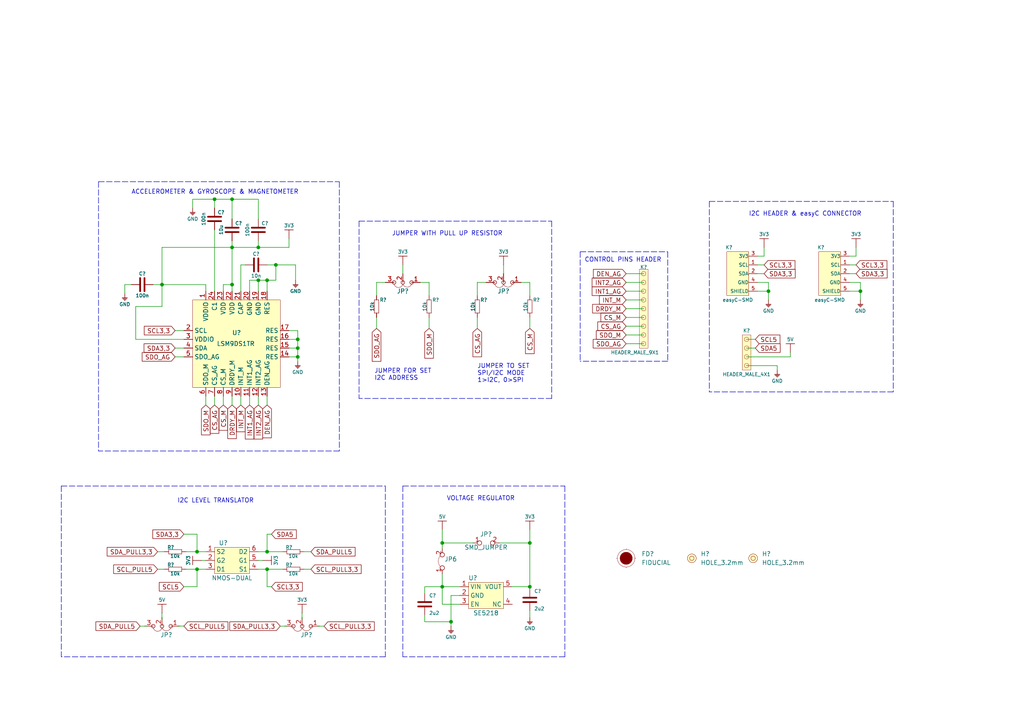
<source format=kicad_sch>
(kicad_sch (version 20211123) (generator eeschema)

  (uuid 4531e10b-7ee4-446e-8066-f027dcf60d70)

  (paper "A4")

  (title_block
    (title "LSM9DS1TR breakout")
    (date "13.04.2022.")
    (rev "v1.1.1.")
    (company "SOLDERED")
    (comment 1 "333069")
  )

  (lib_symbols
    (symbol "e-radionica.com schematics:0603C" (pin_numbers hide) (pin_names (offset 0.002)) (in_bom yes) (on_board yes)
      (property "Reference" "C" (id 0) (at 0 3.81 0)
        (effects (font (size 1 1)))
      )
      (property "Value" "0603C" (id 1) (at 0 -3.175 0)
        (effects (font (size 1 1)))
      )
      (property "Footprint" "e-radionica.com footprinti:0603C" (id 2) (at 0.635 -4.445 0)
        (effects (font (size 1 1)) hide)
      )
      (property "Datasheet" "" (id 3) (at 0 0 0)
        (effects (font (size 1 1)) hide)
      )
      (symbol "0603C_0_1"
        (polyline
          (pts
            (xy -0.635 1.905)
            (xy -0.635 -1.905)
          )
          (stroke (width 0.5) (type default) (color 0 0 0 0))
          (fill (type none))
        )
        (polyline
          (pts
            (xy 0.635 1.905)
            (xy 0.635 -1.905)
          )
          (stroke (width 0.5) (type default) (color 0 0 0 0))
          (fill (type none))
        )
      )
      (symbol "0603C_1_1"
        (pin passive line (at -3.175 0 0) (length 2.54)
          (name "~" (effects (font (size 1.27 1.27))))
          (number "1" (effects (font (size 1.27 1.27))))
        )
        (pin passive line (at 3.175 0 180) (length 2.54)
          (name "~" (effects (font (size 1.27 1.27))))
          (number "2" (effects (font (size 1.27 1.27))))
        )
      )
    )
    (symbol "e-radionica.com schematics:0603R" (pin_numbers hide) (pin_names (offset 0.254)) (in_bom yes) (on_board yes)
      (property "Reference" "R" (id 0) (at 0 1.27 0)
        (effects (font (size 1 1)))
      )
      (property "Value" "0603R" (id 1) (at 0 -1.905 0)
        (effects (font (size 1 1)))
      )
      (property "Footprint" "e-radionica.com footprinti:0603R" (id 2) (at 0 -3.81 0)
        (effects (font (size 1 1)) hide)
      )
      (property "Datasheet" "" (id 3) (at -0.635 1.905 0)
        (effects (font (size 1 1)) hide)
      )
      (symbol "0603R_0_1"
        (rectangle (start -1.905 -0.635) (end 1.905 -0.6604)
          (stroke (width 0.1) (type default) (color 0 0 0 0))
          (fill (type none))
        )
        (rectangle (start -1.905 0.635) (end -1.8796 -0.635)
          (stroke (width 0.1) (type default) (color 0 0 0 0))
          (fill (type none))
        )
        (rectangle (start -1.905 0.635) (end 1.905 0.6096)
          (stroke (width 0.1) (type default) (color 0 0 0 0))
          (fill (type none))
        )
        (rectangle (start 1.905 0.635) (end 1.9304 -0.635)
          (stroke (width 0.1) (type default) (color 0 0 0 0))
          (fill (type none))
        )
      )
      (symbol "0603R_1_1"
        (pin passive line (at -3.175 0 0) (length 1.27)
          (name "~" (effects (font (size 1.27 1.27))))
          (number "1" (effects (font (size 1.27 1.27))))
        )
        (pin passive line (at 3.175 0 180) (length 1.27)
          (name "~" (effects (font (size 1.27 1.27))))
          (number "2" (effects (font (size 1.27 1.27))))
        )
      )
    )
    (symbol "e-radionica.com schematics:1206C" (pin_numbers hide) (in_bom yes) (on_board yes)
      (property "Reference" "C" (id 0) (at 0 3.81 0)
        (effects (font (size 1 1)))
      )
      (property "Value" "1206C" (id 1) (at 0 -3.175 0)
        (effects (font (size 1 1)))
      )
      (property "Footprint" "e-radionica.com footprinti:1206C" (id 2) (at 0 -5.08 0)
        (effects (font (size 1 1)) hide)
      )
      (property "Datasheet" "" (id 3) (at 0 0 0)
        (effects (font (size 1 1)) hide)
      )
      (symbol "1206C_0_1"
        (polyline
          (pts
            (xy -0.635 1.905)
            (xy -0.635 -1.905)
          )
          (stroke (width 0.5) (type default) (color 0 0 0 0))
          (fill (type none))
        )
        (polyline
          (pts
            (xy 0.635 1.905)
            (xy 0.635 -1.905)
          )
          (stroke (width 0.5) (type default) (color 0 0 0 0))
          (fill (type none))
        )
      )
      (symbol "1206C_1_1"
        (pin passive line (at -3.175 0 0) (length 2.54)
          (name "~" (effects (font (size 1.27 1.27))))
          (number "1" (effects (font (size 1.27 1.27))))
        )
        (pin passive line (at 3.175 0 180) (length 2.54)
          (name "~" (effects (font (size 1.27 1.27))))
          (number "2" (effects (font (size 1.27 1.27))))
        )
      )
    )
    (symbol "e-radionica.com schematics:3V3" (power) (pin_names (offset 0)) (in_bom yes) (on_board yes)
      (property "Reference" "#PWR" (id 0) (at 4.445 0 0)
        (effects (font (size 1 1)) hide)
      )
      (property "Value" "3V3" (id 1) (at 0 3.556 0)
        (effects (font (size 1 1)))
      )
      (property "Footprint" "" (id 2) (at 4.445 3.81 0)
        (effects (font (size 1 1)) hide)
      )
      (property "Datasheet" "" (id 3) (at 4.445 3.81 0)
        (effects (font (size 1 1)) hide)
      )
      (property "ki_keywords" "power-flag" (id 4) (at 0 0 0)
        (effects (font (size 1.27 1.27)) hide)
      )
      (property "ki_description" "Power symbol creates a global label with name \"3V3\"" (id 5) (at 0 0 0)
        (effects (font (size 1.27 1.27)) hide)
      )
      (symbol "3V3_0_1"
        (polyline
          (pts
            (xy -1.27 2.54)
            (xy 1.27 2.54)
          )
          (stroke (width 0.16) (type default) (color 0 0 0 0))
          (fill (type none))
        )
        (polyline
          (pts
            (xy 0 0)
            (xy 0 2.54)
          )
          (stroke (width 0) (type default) (color 0 0 0 0))
          (fill (type none))
        )
      )
      (symbol "3V3_1_1"
        (pin power_in line (at 0 0 90) (length 0) hide
          (name "3V3" (effects (font (size 1.27 1.27))))
          (number "1" (effects (font (size 1.27 1.27))))
        )
      )
    )
    (symbol "e-radionica.com schematics:5V" (power) (pin_names (offset 0)) (in_bom yes) (on_board yes)
      (property "Reference" "#PWR" (id 0) (at 4.445 0 0)
        (effects (font (size 1 1)) hide)
      )
      (property "Value" "5V" (id 1) (at 0 3.556 0)
        (effects (font (size 1 1)))
      )
      (property "Footprint" "" (id 2) (at 4.445 3.81 0)
        (effects (font (size 1 1)) hide)
      )
      (property "Datasheet" "" (id 3) (at 4.445 3.81 0)
        (effects (font (size 1 1)) hide)
      )
      (property "ki_keywords" "power-flag" (id 4) (at 0 0 0)
        (effects (font (size 1.27 1.27)) hide)
      )
      (property "ki_description" "Power symbol creates a global label with name \"5V\"" (id 5) (at 0 0 0)
        (effects (font (size 1.27 1.27)) hide)
      )
      (symbol "5V_0_1"
        (polyline
          (pts
            (xy -1.27 2.54)
            (xy 1.27 2.54)
          )
          (stroke (width 0.16) (type default) (color 0 0 0 0))
          (fill (type none))
        )
        (polyline
          (pts
            (xy 0 0)
            (xy 0 2.54)
          )
          (stroke (width 0) (type default) (color 0 0 0 0))
          (fill (type none))
        )
      )
      (symbol "5V_1_1"
        (pin power_in line (at 0 0 90) (length 0) hide
          (name "5V" (effects (font (size 1.27 1.27))))
          (number "1" (effects (font (size 1.27 1.27))))
        )
      )
    )
    (symbol "e-radionica.com schematics:FIDUCIAL" (in_bom no) (on_board yes)
      (property "Reference" "FD" (id 0) (at 0 3.81 0)
        (effects (font (size 1.27 1.27)))
      )
      (property "Value" "FIDUCIAL" (id 1) (at 0 -3.81 0)
        (effects (font (size 1.27 1.27)))
      )
      (property "Footprint" "e-radionica.com footprinti:FIDUCIAL_23" (id 2) (at 0.254 -5.334 0)
        (effects (font (size 1.27 1.27)) hide)
      )
      (property "Datasheet" "" (id 3) (at 0 0 0)
        (effects (font (size 1.27 1.27)) hide)
      )
      (symbol "FIDUCIAL_0_1"
        (polyline
          (pts
            (xy -2.54 0)
            (xy -2.794 0)
          )
          (stroke (width 0.0006) (type default) (color 0 0 0 0))
          (fill (type none))
        )
        (polyline
          (pts
            (xy 0 -2.54)
            (xy 0 -2.794)
          )
          (stroke (width 0.0006) (type default) (color 0 0 0 0))
          (fill (type none))
        )
        (polyline
          (pts
            (xy 0 2.54)
            (xy 0 2.794)
          )
          (stroke (width 0.0006) (type default) (color 0 0 0 0))
          (fill (type none))
        )
        (polyline
          (pts
            (xy 2.54 0)
            (xy 2.794 0)
          )
          (stroke (width 0.0006) (type default) (color 0 0 0 0))
          (fill (type none))
        )
        (circle (center 0 0) (radius 1.7961)
          (stroke (width 0.001) (type default) (color 0 0 0 0))
          (fill (type outline))
        )
        (circle (center 0 0) (radius 2.54)
          (stroke (width 0.0006) (type default) (color 0 0 0 0))
          (fill (type none))
        )
      )
    )
    (symbol "e-radionica.com schematics:GND" (power) (pin_names (offset 0)) (in_bom yes) (on_board yes)
      (property "Reference" "#PWR" (id 0) (at 4.445 0 0)
        (effects (font (size 1 1)) hide)
      )
      (property "Value" "GND" (id 1) (at 0 -2.921 0)
        (effects (font (size 1 1)))
      )
      (property "Footprint" "" (id 2) (at 4.445 3.81 0)
        (effects (font (size 1 1)) hide)
      )
      (property "Datasheet" "" (id 3) (at 4.445 3.81 0)
        (effects (font (size 1 1)) hide)
      )
      (property "ki_keywords" "power-flag" (id 4) (at 0 0 0)
        (effects (font (size 1.27 1.27)) hide)
      )
      (property "ki_description" "Power symbol creates a global label with name \"GND\"" (id 5) (at 0 0 0)
        (effects (font (size 1.27 1.27)) hide)
      )
      (symbol "GND_0_1"
        (polyline
          (pts
            (xy -0.762 -1.27)
            (xy 0.762 -1.27)
          )
          (stroke (width 0.16) (type default) (color 0 0 0 0))
          (fill (type none))
        )
        (polyline
          (pts
            (xy -0.635 -1.524)
            (xy 0.635 -1.524)
          )
          (stroke (width 0.16) (type default) (color 0 0 0 0))
          (fill (type none))
        )
        (polyline
          (pts
            (xy -0.381 -1.778)
            (xy 0.381 -1.778)
          )
          (stroke (width 0.16) (type default) (color 0 0 0 0))
          (fill (type none))
        )
        (polyline
          (pts
            (xy -0.127 -2.032)
            (xy 0.127 -2.032)
          )
          (stroke (width 0.16) (type default) (color 0 0 0 0))
          (fill (type none))
        )
        (polyline
          (pts
            (xy 0 0)
            (xy 0 -1.27)
          )
          (stroke (width 0.16) (type default) (color 0 0 0 0))
          (fill (type none))
        )
      )
      (symbol "GND_1_1"
        (pin power_in line (at 0 0 270) (length 0) hide
          (name "GND" (effects (font (size 1.27 1.27))))
          (number "1" (effects (font (size 1.27 1.27))))
        )
      )
    )
    (symbol "e-radionica.com schematics:HEADER_MALE_4X1" (pin_numbers hide) (pin_names hide) (in_bom yes) (on_board yes)
      (property "Reference" "K" (id 0) (at 0 7.62 0)
        (effects (font (size 1 1)))
      )
      (property "Value" "HEADER_MALE_4X1" (id 1) (at 0 -5.08 0)
        (effects (font (size 1 1)))
      )
      (property "Footprint" "e-radionica.com footprinti:HEADER_MALE_4X1" (id 2) (at 0 -6.35 0)
        (effects (font (size 1 1)) hide)
      )
      (property "Datasheet" "" (id 3) (at 0 -2.54 0)
        (effects (font (size 1 1)) hide)
      )
      (symbol "HEADER_MALE_4X1_0_1"
        (circle (center 0 -2.54) (radius 0.635)
          (stroke (width 0.0006) (type default) (color 0 0 0 0))
          (fill (type none))
        )
        (circle (center 0 0) (radius 0.635)
          (stroke (width 0.0006) (type default) (color 0 0 0 0))
          (fill (type none))
        )
        (circle (center 0 2.54) (radius 0.635)
          (stroke (width 0.0006) (type default) (color 0 0 0 0))
          (fill (type none))
        )
        (circle (center 0 5.08) (radius 0.635)
          (stroke (width 0.0006) (type default) (color 0 0 0 0))
          (fill (type none))
        )
        (rectangle (start 1.27 -3.81) (end -1.27 6.35)
          (stroke (width 0.001) (type default) (color 0 0 0 0))
          (fill (type background))
        )
      )
      (symbol "HEADER_MALE_4X1_1_1"
        (pin passive line (at 0 -2.54 180) (length 0)
          (name "~" (effects (font (size 1 1))))
          (number "1" (effects (font (size 1 1))))
        )
        (pin passive line (at 0 0 180) (length 0)
          (name "~" (effects (font (size 1 1))))
          (number "2" (effects (font (size 1 1))))
        )
        (pin passive line (at 0 2.54 180) (length 0)
          (name "~" (effects (font (size 1 1))))
          (number "3" (effects (font (size 1 1))))
        )
        (pin passive line (at 0 5.08 180) (length 0)
          (name "~" (effects (font (size 1 1))))
          (number "4" (effects (font (size 1 1))))
        )
      )
    )
    (symbol "e-radionica.com schematics:HEADER_MALE_9X1" (pin_numbers hide) (pin_names hide) (in_bom yes) (on_board yes)
      (property "Reference" "K" (id 0) (at 0 12.7 0)
        (effects (font (size 1 1)))
      )
      (property "Value" "HEADER_MALE_9X1" (id 1) (at 0.635 -12.7 0)
        (effects (font (size 1 1)))
      )
      (property "Footprint" "e-radionica.com footprinti:HEADER_MALE_9X1" (id 2) (at 1.27 -13.97 0)
        (effects (font (size 1 1)) hide)
      )
      (property "Datasheet" "" (id 3) (at 0 0 0)
        (effects (font (size 1 1)) hide)
      )
      (symbol "HEADER_MALE_9X1_0_1"
        (circle (center 0 -10.16) (radius 0.635)
          (stroke (width 0.0006) (type default) (color 0 0 0 0))
          (fill (type none))
        )
        (circle (center 0 -7.62) (radius 0.635)
          (stroke (width 0.0006) (type default) (color 0 0 0 0))
          (fill (type none))
        )
        (circle (center 0 -5.08) (radius 0.635)
          (stroke (width 0.0006) (type default) (color 0 0 0 0))
          (fill (type none))
        )
        (circle (center 0 -2.54) (radius 0.635)
          (stroke (width 0.0006) (type default) (color 0 0 0 0))
          (fill (type none))
        )
        (circle (center 0 0) (radius 0.635)
          (stroke (width 0.0006) (type default) (color 0 0 0 0))
          (fill (type none))
        )
        (circle (center 0 2.54) (radius 0.635)
          (stroke (width 0.0006) (type default) (color 0 0 0 0))
          (fill (type none))
        )
        (circle (center 0 5.08) (radius 0.635)
          (stroke (width 0.0006) (type default) (color 0 0 0 0))
          (fill (type none))
        )
        (circle (center 0 7.62) (radius 0.635)
          (stroke (width 0.0006) (type default) (color 0 0 0 0))
          (fill (type none))
        )
        (circle (center 0 10.16) (radius 0.635)
          (stroke (width 0.0006) (type default) (color 0 0 0 0))
          (fill (type none))
        )
        (rectangle (start 1.27 -11.43) (end -1.27 11.43)
          (stroke (width 0.01) (type default) (color 0 0 0 0))
          (fill (type background))
        )
      )
      (symbol "HEADER_MALE_9X1_1_1"
        (pin passive line (at 0 -10.16 180) (length 0)
          (name "~" (effects (font (size 0.991 0.991))))
          (number "1" (effects (font (size 0.991 0.991))))
        )
        (pin passive line (at 0 -7.62 180) (length 0)
          (name "~" (effects (font (size 0.991 0.991))))
          (number "2" (effects (font (size 0.991 0.991))))
        )
        (pin passive line (at 0 -5.08 180) (length 0)
          (name "~" (effects (font (size 0.991 0.991))))
          (number "3" (effects (font (size 0.991 0.991))))
        )
        (pin passive line (at 0 -2.54 180) (length 0)
          (name "~" (effects (font (size 0.991 0.991))))
          (number "4" (effects (font (size 0.991 0.991))))
        )
        (pin passive line (at 0 0 180) (length 0)
          (name "~" (effects (font (size 0.991 0.991))))
          (number "5" (effects (font (size 0.991 0.991))))
        )
        (pin passive line (at 0 2.54 180) (length 0)
          (name "~" (effects (font (size 0.991 0.991))))
          (number "6" (effects (font (size 0.991 0.991))))
        )
        (pin passive line (at 0 5.08 180) (length 0)
          (name "~" (effects (font (size 0.991 0.991))))
          (number "7" (effects (font (size 0.991 0.991))))
        )
        (pin passive line (at 0 7.62 180) (length 0)
          (name "~" (effects (font (size 0.991 0.991))))
          (number "8" (effects (font (size 0.991 0.991))))
        )
        (pin passive line (at 0 10.16 180) (length 0)
          (name "~" (effects (font (size 0.991 0.991))))
          (number "9" (effects (font (size 0.991 0.991))))
        )
      )
    )
    (symbol "e-radionica.com schematics:HOLE_3.2mm" (pin_numbers hide) (pin_names hide) (in_bom yes) (on_board yes)
      (property "Reference" "H" (id 0) (at 0 2.54 0)
        (effects (font (size 1.27 1.27)))
      )
      (property "Value" "HOLE_3.2mm" (id 1) (at 0 -2.54 0)
        (effects (font (size 1.27 1.27)))
      )
      (property "Footprint" "e-radionica.com footprinti:HOLE_3.2mm" (id 2) (at 0 -5.08 0)
        (effects (font (size 1.27 1.27)) hide)
      )
      (property "Datasheet" "" (id 3) (at 0 0 0)
        (effects (font (size 1.27 1.27)) hide)
      )
      (symbol "HOLE_3.2mm_0_1"
        (circle (center 0 0) (radius 0.635)
          (stroke (width 0.1) (type default) (color 0 0 0 0))
          (fill (type none))
        )
        (circle (center 0 0) (radius 1.27)
          (stroke (width 0.1) (type default) (color 0 0 0 0))
          (fill (type background))
        )
      )
    )
    (symbol "e-radionica.com schematics:LSM9DS1TR" (in_bom yes) (on_board yes)
      (property "Reference" "U" (id 0) (at 0 2.54 0)
        (effects (font (size 1.27 1.27)))
      )
      (property "Value" "LSM9DS1TR" (id 1) (at 0 -1.27 0)
        (effects (font (size 1.27 1.27)))
      )
      (property "Footprint" "e-radionica.com footprinti:LSM9DS1TR" (id 2) (at -1.27 -20.32 0)
        (effects (font (size 1.27 1.27)) hide)
      )
      (property "Datasheet" "" (id 3) (at -3.81 -6.35 0)
        (effects (font (size 1.27 1.27)) hide)
      )
      (symbol "LSM9DS1TR_0_1"
        (rectangle (start -12.7 12.7) (end 12.7 -12.7)
          (stroke (width 0.1) (type default) (color 0 0 0 0))
          (fill (type background))
        )
      )
      (symbol "LSM9DS1TR_1_1"
        (pin input line (at -8.89 15.24 270) (length 2.54)
          (name "VDDIO" (effects (font (size 1.27 1.27))))
          (number "1" (effects (font (size 1.27 1.27))))
        )
        (pin input line (at 1.27 -15.24 90) (length 2.54)
          (name "INT_M" (effects (font (size 1.27 1.27))))
          (number "10" (effects (font (size 1.27 1.27))))
        )
        (pin input line (at 3.81 -15.24 90) (length 2.54)
          (name "INT1_AG" (effects (font (size 1.27 1.27))))
          (number "11" (effects (font (size 1.27 1.27))))
        )
        (pin input line (at 6.35 -15.24 90) (length 2.54)
          (name "INT2_AG" (effects (font (size 1.27 1.27))))
          (number "12" (effects (font (size 1.27 1.27))))
        )
        (pin input line (at 8.89 -15.24 90) (length 2.54)
          (name "DEN_AG" (effects (font (size 1.27 1.27))))
          (number "13" (effects (font (size 1.27 1.27))))
        )
        (pin input line (at 15.24 -3.81 180) (length 2.54)
          (name "RES" (effects (font (size 1.27 1.27))))
          (number "14" (effects (font (size 1.27 1.27))))
        )
        (pin input line (at 15.24 -1.27 180) (length 2.54)
          (name "RES" (effects (font (size 1.27 1.27))))
          (number "15" (effects (font (size 1.27 1.27))))
        )
        (pin input line (at 15.24 1.27 180) (length 2.54)
          (name "RES" (effects (font (size 1.27 1.27))))
          (number "16" (effects (font (size 1.27 1.27))))
        )
        (pin input line (at 15.24 3.81 180) (length 2.54)
          (name "RES" (effects (font (size 1.27 1.27))))
          (number "17" (effects (font (size 1.27 1.27))))
        )
        (pin input line (at 8.89 15.24 270) (length 2.54)
          (name "RES" (effects (font (size 1.27 1.27))))
          (number "18" (effects (font (size 1.27 1.27))))
        )
        (pin input line (at 6.35 15.24 270) (length 2.54)
          (name "GND" (effects (font (size 1.27 1.27))))
          (number "19" (effects (font (size 1.27 1.27))))
        )
        (pin input line (at -15.24 3.81 0) (length 2.54)
          (name "SCL" (effects (font (size 1.27 1.27))))
          (number "2" (effects (font (size 1.27 1.27))))
        )
        (pin input line (at 3.81 15.24 270) (length 2.54)
          (name "GND" (effects (font (size 1.27 1.27))))
          (number "20" (effects (font (size 1.27 1.27))))
        )
        (pin input line (at 1.27 15.24 270) (length 2.54)
          (name "CAP" (effects (font (size 1.27 1.27))))
          (number "21" (effects (font (size 1.27 1.27))))
        )
        (pin input line (at -1.27 15.24 270) (length 2.54)
          (name "VDD" (effects (font (size 1.27 1.27))))
          (number "22" (effects (font (size 1.27 1.27))))
        )
        (pin input line (at -3.81 15.24 270) (length 2.54)
          (name "VDD" (effects (font (size 1.27 1.27))))
          (number "23" (effects (font (size 1.27 1.27))))
        )
        (pin input line (at -6.35 15.24 270) (length 2.54)
          (name "C1" (effects (font (size 1.27 1.27))))
          (number "24" (effects (font (size 1.27 1.27))))
        )
        (pin input line (at -15.24 1.27 0) (length 2.54)
          (name "VDDIO" (effects (font (size 1.27 1.27))))
          (number "3" (effects (font (size 1.27 1.27))))
        )
        (pin input line (at -15.24 -1.27 0) (length 2.54)
          (name "SDA" (effects (font (size 1.27 1.27))))
          (number "4" (effects (font (size 1.27 1.27))))
        )
        (pin input line (at -15.24 -3.81 0) (length 2.54)
          (name "SDO_AG" (effects (font (size 1.27 1.27))))
          (number "5" (effects (font (size 1.27 1.27))))
        )
        (pin input line (at -8.89 -15.24 90) (length 2.54)
          (name "SDO_M" (effects (font (size 1.27 1.27))))
          (number "6" (effects (font (size 1.27 1.27))))
        )
        (pin input line (at -6.35 -15.24 90) (length 2.54)
          (name "CS_AG" (effects (font (size 1.27 1.27))))
          (number "7" (effects (font (size 1.27 1.27))))
        )
        (pin input line (at -3.81 -15.24 90) (length 2.54)
          (name "CS_M" (effects (font (size 1.27 1.27))))
          (number "8" (effects (font (size 1.27 1.27))))
        )
        (pin input line (at -1.27 -15.24 90) (length 2.54)
          (name "DRDY_M" (effects (font (size 1.27 1.27))))
          (number "9" (effects (font (size 1.27 1.27))))
        )
      )
    )
    (symbol "e-radionica.com schematics:NMOS-DUAL" (in_bom yes) (on_board yes)
      (property "Reference" "U" (id 0) (at 0 5.08 0)
        (effects (font (size 1.27 1.27)))
      )
      (property "Value" "NMOS-DUAL" (id 1) (at 0 -5.08 0)
        (effects (font (size 1.27 1.27)))
      )
      (property "Footprint" "e-radionica.com footprinti:SOT-363" (id 2) (at 0 -7.62 0)
        (effects (font (size 1.27 1.27)) hide)
      )
      (property "Datasheet" "" (id 3) (at 0 -2.54 0)
        (effects (font (size 1.27 1.27)) hide)
      )
      (property "ki_description" "L2N7002SDW1T1G DUAL NMOS" (id 4) (at 0 0 0)
        (effects (font (size 1.27 1.27)) hide)
      )
      (symbol "NMOS-DUAL_0_1"
        (rectangle (start -5.08 3.81) (end 5.08 -3.81)
          (stroke (width 0.1) (type default) (color 0 0 0 0))
          (fill (type background))
        )
      )
      (symbol "NMOS-DUAL_1_1"
        (pin input line (at -7.62 2.54 0) (length 2.54)
          (name "S2" (effects (font (size 1.27 1.27))))
          (number "1" (effects (font (size 1.27 1.27))))
        )
        (pin input line (at -7.62 0 0) (length 2.54)
          (name "G2" (effects (font (size 1.27 1.27))))
          (number "2" (effects (font (size 1.27 1.27))))
        )
        (pin input line (at -7.62 -2.54 0) (length 2.54)
          (name "D1" (effects (font (size 1.27 1.27))))
          (number "3" (effects (font (size 1.27 1.27))))
        )
        (pin input line (at 7.62 -2.54 180) (length 2.54)
          (name "S1" (effects (font (size 1.27 1.27))))
          (number "4" (effects (font (size 1.27 1.27))))
        )
        (pin input line (at 7.62 0 180) (length 2.54)
          (name "G1" (effects (font (size 1.27 1.27))))
          (number "5" (effects (font (size 1.27 1.27))))
        )
        (pin input line (at 7.62 2.54 180) (length 2.54)
          (name "D2" (effects (font (size 1.27 1.27))))
          (number "6" (effects (font (size 1.27 1.27))))
        )
      )
    )
    (symbol "e-radionica.com schematics:SE5218" (in_bom yes) (on_board yes)
      (property "Reference" "U" (id 0) (at 0 5.08 0)
        (effects (font (size 1.27 1.27)))
      )
      (property "Value" "SE5218" (id 1) (at 0 -5.08 0)
        (effects (font (size 1.27 1.27)))
      )
      (property "Footprint" "e-radionica.com footprinti:SOT-23-5" (id 2) (at 0 -7.62 0)
        (effects (font (size 1.27 1.27)) hide)
      )
      (property "Datasheet" "" (id 3) (at 0 0 0)
        (effects (font (size 1.27 1.27)) hide)
      )
      (symbol "SE5218_0_1"
        (rectangle (start -5.08 3.81) (end 5.08 -3.81)
          (stroke (width 0.1) (type default) (color 0 0 0 0))
          (fill (type background))
        )
      )
      (symbol "SE5218_1_1"
        (pin power_in line (at -7.62 2.54 0) (length 2.54)
          (name "VIN" (effects (font (size 1.27 1.27))))
          (number "1" (effects (font (size 1.27 1.27))))
        )
        (pin power_in line (at -7.62 0 0) (length 2.54)
          (name "GND" (effects (font (size 1.27 1.27))))
          (number "2" (effects (font (size 1.27 1.27))))
        )
        (pin input line (at -7.62 -2.54 0) (length 2.54)
          (name "EN" (effects (font (size 1.27 1.27))))
          (number "3" (effects (font (size 1.27 1.27))))
        )
        (pin passive line (at 7.62 -2.54 180) (length 2.54)
          (name "NC" (effects (font (size 1.27 1.27))))
          (number "4" (effects (font (size 1.27 1.27))))
        )
        (pin power_out line (at 7.62 2.54 180) (length 2.54)
          (name "VOUT" (effects (font (size 1.27 1.27))))
          (number "5" (effects (font (size 1.27 1.27))))
        )
      )
    )
    (symbol "e-radionica.com schematics:SMD-JUMPER-CONNECTED_TRACE_SLODERMASK" (in_bom yes) (on_board yes)
      (property "Reference" "JP" (id 0) (at 0 3.556 0)
        (effects (font (size 1.27 1.27)))
      )
      (property "Value" "SMD-JUMPER-CONNECTED_TRACE_SLODERMASK" (id 1) (at 0 -2.54 0)
        (effects (font (size 1.27 1.27)))
      )
      (property "Footprint" "e-radionica.com footprinti:SMD-JUMPER-CONNECTED_TRACE_SLODERMASK" (id 2) (at 0 -5.715 0)
        (effects (font (size 1.27 1.27)) hide)
      )
      (property "Datasheet" "" (id 3) (at 0 0 0)
        (effects (font (size 1.27 1.27)) hide)
      )
      (symbol "SMD-JUMPER-CONNECTED_TRACE_SLODERMASK_0_1"
        (arc (start 1.397 0.5842) (mid -0.2077 1.1365) (end -1.8034 0.5588)
          (stroke (width 0.0006) (type default) (color 0 0 0 0))
          (fill (type none))
        )
      )
      (symbol "SMD-JUMPER-CONNECTED_TRACE_SLODERMASK_1_1"
        (pin passive inverted (at -4.064 0 0) (length 2.54)
          (name "" (effects (font (size 1.27 1.27))))
          (number "1" (effects (font (size 1.27 1.27))))
        )
        (pin passive inverted (at 3.556 0 180) (length 2.54)
          (name "" (effects (font (size 1.27 1.27))))
          (number "2" (effects (font (size 1.27 1.27))))
        )
      )
    )
    (symbol "e-radionica.com schematics:SMD_JUMPER" (in_bom yes) (on_board yes)
      (property "Reference" "JP" (id 0) (at 0 1.397 0)
        (effects (font (size 1.27 1.27)))
      )
      (property "Value" "SMD_JUMPER" (id 1) (at 0 -2.54 0)
        (effects (font (size 1.27 1.27)))
      )
      (property "Footprint" "e-radionica.com footprinti:SMD_JUMPER" (id 2) (at 0 -5.08 0)
        (effects (font (size 1.27 1.27)) hide)
      )
      (property "Datasheet" "" (id 3) (at 0 0 0)
        (effects (font (size 1.27 1.27)) hide)
      )
      (symbol "SMD_JUMPER_1_1"
        (pin passive inverted (at -3.81 0 0) (length 2.54)
          (name "" (effects (font (size 1.27 1.27))))
          (number "1" (effects (font (size 1.27 1.27))))
        )
        (pin passive inverted (at 3.81 0 180) (length 2.54)
          (name "" (effects (font (size 1.27 1.27))))
          (number "2" (effects (font (size 1.27 1.27))))
        )
      )
    )
    (symbol "e-radionica.com schematics:SMD_JUMPER_3_PAD_TRACE" (in_bom yes) (on_board yes)
      (property "Reference" "JP" (id 0) (at 0 2.54 0)
        (effects (font (size 1.27 1.27)))
      )
      (property "Value" "SMD_JUMPER_3_PAD_TRACE" (id 1) (at 0.3048 -4.572 0)
        (effects (font (size 1.27 1.27)))
      )
      (property "Footprint" "e-radionica.com footprinti:SMD_JUMPER_3_PAD_TRACE" (id 2) (at 0 -7.62 0)
        (effects (font (size 1.27 1.27)) hide)
      )
      (property "Datasheet" "" (id 3) (at 0 0 0)
        (effects (font (size 1.27 1.27)) hide)
      )
      (symbol "SMD_JUMPER_3_PAD_TRACE_0_1"
        (circle (center -2.54 0) (radius 0.508)
          (stroke (width 0.1524) (type default) (color 0 0 0 0))
          (fill (type none))
        )
        (circle (center 0 0) (radius 0.508)
          (stroke (width 0.1524) (type default) (color 0 0 0 0))
          (fill (type none))
        )
        (arc (start 0 0.508) (mid -1.27 1.3552) (end -2.54 0.508)
          (stroke (width 0.1) (type default) (color 0 0 0 0))
          (fill (type none))
        )
        (circle (center 2.54 0) (radius 0.508)
          (stroke (width 0.1524) (type default) (color 0 0 0 0))
          (fill (type none))
        )
        (arc (start 2.54 0.508) (mid 1.27 1.4777) (end 0 0.508)
          (stroke (width 0.1) (type default) (color 0 0 0 0))
          (fill (type none))
        )
      )
      (symbol "SMD_JUMPER_3_PAD_TRACE_1_1"
        (pin input line (at -5.08 0 0) (length 2.54)
          (name "" (effects (font (size 1.27 1.27))))
          (number "1" (effects (font (size 1.27 1.27))))
        )
        (pin input line (at 0 -2.54 90) (length 2.54)
          (name "" (effects (font (size 1.27 1.27))))
          (number "2" (effects (font (size 1.27 1.27))))
        )
        (pin input line (at 5.08 0 180) (length 2.54)
          (name "" (effects (font (size 1.27 1.27))))
          (number "3" (effects (font (size 1.27 1.27))))
        )
      )
    )
    (symbol "e-radionica.com schematics:easyC-SMD" (pin_names (offset 0.002)) (in_bom yes) (on_board yes)
      (property "Reference" "K" (id 0) (at 0 10.16 0)
        (effects (font (size 1 1)))
      )
      (property "Value" "easyC-SMD" (id 1) (at 0 -5.08 0)
        (effects (font (size 1 1)))
      )
      (property "Footprint" "e-radionica.com footprinti:easyC-connector" (id 2) (at 0 -6.35 0)
        (effects (font (size 1 1)) hide)
      )
      (property "Datasheet" "" (id 3) (at 3.175 2.54 0)
        (effects (font (size 1 1)) hide)
      )
      (symbol "easyC-SMD_0_1"
        (rectangle (start -3.175 8.89) (end 3.175 -3.81)
          (stroke (width 0.1) (type default) (color 0 0 0 0))
          (fill (type background))
        )
      )
      (symbol "easyC-SMD_1_1"
        (pin passive line (at 5.715 5.08 180) (length 2.54)
          (name "SCL" (effects (font (size 1 1))))
          (number "1" (effects (font (size 1 1))))
        )
        (pin passive line (at 5.715 2.54 180) (length 2.54)
          (name "SDA" (effects (font (size 1 1))))
          (number "2" (effects (font (size 1 1))))
        )
        (pin passive line (at 5.715 7.62 180) (length 2.54)
          (name "3V3" (effects (font (size 1 1))))
          (number "3" (effects (font (size 1 1))))
        )
        (pin passive line (at 5.715 0 180) (length 2.54)
          (name "GND" (effects (font (size 1 1))))
          (number "4" (effects (font (size 1 1))))
        )
        (pin passive line (at 5.715 -2.54 180) (length 2.54)
          (name "SHIELD" (effects (font (size 1 1))))
          (number "5" (effects (font (size 1 1))))
        )
      )
    )
  )

  (junction (at 57.15 160.02) (diameter 0.9144) (color 0 0 0 0)
    (uuid 12422a89-3d0c-485c-9386-f77121fd68fd)
  )
  (junction (at 86.36 100.965) (diameter 0.9144) (color 0 0 0 0)
    (uuid 1e8701fc-ad24-40ea-846a-e3db538d6077)
  )
  (junction (at 86.36 98.425) (diameter 0.9144) (color 0 0 0 0)
    (uuid 25d545dc-8f50-4573-922c-35ef5a2a3a19)
  )
  (junction (at 62.23 57.785) (diameter 0.9144) (color 0 0 0 0)
    (uuid 40165eda-4ba6-4565-9bb4-b9df6dbb08da)
  )
  (junction (at 130.81 180.34) (diameter 0.9144) (color 0 0 0 0)
    (uuid 40976bf0-19de-460f-ad64-224d4f51e16b)
  )
  (junction (at 67.31 71.755) (diameter 0.9144) (color 0 0 0 0)
    (uuid 4780a290-d25c-4459-9579-eba3f7678762)
  )
  (junction (at 46.99 82.55) (diameter 0.9144) (color 0 0 0 0)
    (uuid 7d34f6b1-ab31-49be-b011-c67fe67a8a56)
  )
  (junction (at 67.31 57.785) (diameter 0.9144) (color 0 0 0 0)
    (uuid 7e023245-2c2b-4e2b-bfb9-5d35176e88f2)
  )
  (junction (at 128.27 170.18) (diameter 0.9144) (color 0 0 0 0)
    (uuid 8c514922-ffe1-4e37-a260-e807409f2e0d)
  )
  (junction (at 57.15 165.1) (diameter 0.9144) (color 0 0 0 0)
    (uuid 8e06ba1f-e3ba-4eb9-a10e-887dffd566d6)
  )
  (junction (at 222.885 84.455) (diameter 0.9144) (color 0 0 0 0)
    (uuid a15a7506-eae4-4933-84da-9ad754258706)
  )
  (junction (at 77.47 160.02) (diameter 0.9144) (color 0 0 0 0)
    (uuid aca4de92-9c41-4c2b-9afa-540d02dafa1c)
  )
  (junction (at 74.93 71.755) (diameter 0.9144) (color 0 0 0 0)
    (uuid babeabf2-f3b0-4ed5-8d9e-0215947e6cf3)
  )
  (junction (at 128.27 157.48) (diameter 0.9144) (color 0 0 0 0)
    (uuid c25a772d-af9c-4ebc-96f6-0966738c13a8)
  )
  (junction (at 77.47 165.1) (diameter 0.9144) (color 0 0 0 0)
    (uuid c43663ee-9a0d-4f27-a292-89ba89964065)
  )
  (junction (at 80.01 76.835) (diameter 0.9144) (color 0 0 0 0)
    (uuid c830e3bc-dc64-4f65-8f47-3b106bae2807)
  )
  (junction (at 153.67 170.18) (diameter 0.9144) (color 0 0 0 0)
    (uuid c8c79177-94d4-43e2-a654-f0a5554fbb68)
  )
  (junction (at 249.555 84.455) (diameter 0.9144) (color 0 0 0 0)
    (uuid d3c11c8f-a73d-4211-934b-a6da255728ad)
  )
  (junction (at 86.36 103.505) (diameter 0.9144) (color 0 0 0 0)
    (uuid d5641ac9-9be7-46bf-90b3-6c83d852b5ba)
  )
  (junction (at 77.47 81.28) (diameter 0.9144) (color 0 0 0 0)
    (uuid d7269d2a-b8c0-422d-8f25-f79ea31bf75e)
  )
  (junction (at 67.31 82.55) (diameter 0.9144) (color 0 0 0 0)
    (uuid df68c26a-03b5-4466-aecf-ba34b7dce6b7)
  )
  (junction (at 153.67 157.48) (diameter 0.9144) (color 0 0 0 0)
    (uuid e21aa84b-970e-47cf-b64f-3b55ee0e1b51)
  )
  (junction (at 74.93 81.28) (diameter 0.9144) (color 0 0 0 0)
    (uuid e8c50f1b-c316-4110-9cce-5c24c65a1eaa)
  )

  (wire (pts (xy 153.67 81.915) (xy 153.67 85.725))
    (stroke (width 0) (type solid) (color 0 0 0 0))
    (uuid 00d3ac00-3f74-44ba-b482-0e7c06084f4f)
  )
  (wire (pts (xy 39.37 88.9) (xy 46.99 88.9))
    (stroke (width 0) (type solid) (color 0 0 0 0))
    (uuid 00e8ddb8-26ca-4160-9c46-b838eb728eb6)
  )
  (wire (pts (xy 144.78 157.48) (xy 153.67 157.48))
    (stroke (width 0) (type solid) (color 0 0 0 0))
    (uuid 0120ded6-8950-48c6-9deb-927d869be1e8)
  )
  (wire (pts (xy 153.67 157.48) (xy 153.67 153.67))
    (stroke (width 0) (type solid) (color 0 0 0 0))
    (uuid 01d71ef2-3ca6-435b-b75e-ece74e9f1ae1)
  )
  (wire (pts (xy 78.74 170.18) (xy 77.47 170.18))
    (stroke (width 0) (type solid) (color 0 0 0 0))
    (uuid 02762eee-b0bb-4908-b36c-84547ab993c0)
  )
  (wire (pts (xy 64.77 82.55) (xy 67.31 82.55))
    (stroke (width 0) (type solid) (color 0 0 0 0))
    (uuid 033f2eb0-d9b2-4004-9bdd-b0024dd4cdb3)
  )
  (wire (pts (xy 128.27 157.48) (xy 137.16 157.48))
    (stroke (width 0) (type solid) (color 0 0 0 0))
    (uuid 03d420dd-c827-4c15-a6b0-ea6f04da5746)
  )
  (wire (pts (xy 57.15 170.18) (xy 57.15 165.1))
    (stroke (width 0) (type solid) (color 0 0 0 0))
    (uuid 06ebbe85-3ab9-44c9-895b-6eab657c8d45)
  )
  (wire (pts (xy 133.35 170.18) (xy 128.27 170.18))
    (stroke (width 0) (type solid) (color 0 0 0 0))
    (uuid 0725e97d-6d52-48ae-9652-06972950eef2)
  )
  (wire (pts (xy 74.93 71.755) (xy 67.31 71.755))
    (stroke (width 0) (type solid) (color 0 0 0 0))
    (uuid 14269de0-3396-4bf6-8cb2-20de21e1a0f0)
  )
  (wire (pts (xy 83.82 69.215) (xy 83.82 71.755))
    (stroke (width 0) (type solid) (color 0 0 0 0))
    (uuid 14269de0-3396-4bf6-8cb2-20de21e1a0f1)
  )
  (wire (pts (xy 83.82 71.755) (xy 74.93 71.755))
    (stroke (width 0) (type solid) (color 0 0 0 0))
    (uuid 14269de0-3396-4bf6-8cb2-20de21e1a0f2)
  )
  (wire (pts (xy 181.61 94.615) (xy 186.69 94.615))
    (stroke (width 0) (type solid) (color 0 0 0 0))
    (uuid 150f5ee3-d699-4602-857b-d2994c0d409a)
  )
  (wire (pts (xy 51.5112 181.5846) (xy 53.34 181.5846))
    (stroke (width 0) (type solid) (color 0 0 0 0))
    (uuid 16d01b7f-8989-4233-bd35-bf9a1d487c51)
  )
  (wire (pts (xy 62.23 57.785) (xy 67.31 57.785))
    (stroke (width 0) (type solid) (color 0 0 0 0))
    (uuid 1b8d9068-d836-4e2d-8dd0-a9d93f607a07)
  )
  (wire (pts (xy 67.31 57.785) (xy 74.93 57.785))
    (stroke (width 0) (type solid) (color 0 0 0 0))
    (uuid 1b8d9068-d836-4e2d-8dd0-a9d93f607a08)
  )
  (wire (pts (xy 124.46 92.075) (xy 124.46 95.25))
    (stroke (width 0) (type solid) (color 0 0 0 0))
    (uuid 1e72befb-e1c2-4024-9ff4-0185f7b5bd00)
  )
  (wire (pts (xy 74.93 114.935) (xy 74.93 117.475))
    (stroke (width 0) (type solid) (color 0 0 0 0))
    (uuid 22baa22f-f11e-4622-82a4-8a6f746f11b8)
  )
  (wire (pts (xy 72.39 114.935) (xy 72.39 117.475))
    (stroke (width 0) (type solid) (color 0 0 0 0))
    (uuid 23b2c982-2d1e-441e-85e9-7dfdd2d7aefa)
  )
  (wire (pts (xy 216.535 100.965) (xy 219.075 100.965))
    (stroke (width 0) (type solid) (color 0 0 0 0))
    (uuid 262de00a-ba67-412c-97f6-9fa8cafa92ac)
  )
  (wire (pts (xy 248.285 74.295) (xy 248.285 71.755))
    (stroke (width 0) (type solid) (color 0 0 0 0))
    (uuid 26f88e98-f1f7-4a16-9b0b-0903682de847)
  )
  (wire (pts (xy 44.45 82.55) (xy 46.99 82.55))
    (stroke (width 0) (type solid) (color 0 0 0 0))
    (uuid 27a5b4af-beba-4b74-aba6-fa60e85ee3ea)
  )
  (wire (pts (xy 109.22 92.075) (xy 109.22 95.25))
    (stroke (width 0) (type solid) (color 0 0 0 0))
    (uuid 28488e7f-a885-4af4-97eb-f80e735ac2a4)
  )
  (wire (pts (xy 80.01 76.835) (xy 77.47 76.835))
    (stroke (width 0) (type solid) (color 0 0 0 0))
    (uuid 29201af8-37f0-486b-89d6-653d77a3f202)
  )
  (wire (pts (xy 85.725 76.835) (xy 80.01 76.835))
    (stroke (width 0) (type solid) (color 0 0 0 0))
    (uuid 29201af8-37f0-486b-89d6-653d77a3f203)
  )
  (wire (pts (xy 85.725 81.28) (xy 85.725 76.835))
    (stroke (width 0) (type default) (color 0 0 0 0))
    (uuid 29201af8-37f0-486b-89d6-653d77a3f204)
  )
  (wire (pts (xy 128.27 166.624) (xy 128.27 170.18))
    (stroke (width 0) (type solid) (color 0 0 0 0))
    (uuid 2edb38b4-43df-4217-93af-9b7346473e8b)
  )
  (polyline (pts (xy 28.575 52.705) (xy 28.575 130.81))
    (stroke (width 0) (type dash) (color 0 0 0 0))
    (uuid 2ff739e9-ce44-4a43-bee7-0a57105b6c3c)
  )
  (polyline (pts (xy 28.575 52.705) (xy 98.425 52.705))
    (stroke (width 0) (type dash) (color 0 0 0 0))
    (uuid 2ff739e9-ce44-4a43-bee7-0a57105b6c3d)
  )
  (polyline (pts (xy 98.425 52.705) (xy 98.425 130.81))
    (stroke (width 0) (type dash) (color 0 0 0 0))
    (uuid 2ff739e9-ce44-4a43-bee7-0a57105b6c3e)
  )
  (polyline (pts (xy 98.425 130.81) (xy 28.575 130.81))
    (stroke (width 0) (type dash) (color 0 0 0 0))
    (uuid 2ff739e9-ce44-4a43-bee7-0a57105b6c3f)
  )

  (wire (pts (xy 128.27 157.48) (xy 128.27 159.004))
    (stroke (width 0) (type solid) (color 0 0 0 0))
    (uuid 3009c7db-0b14-42b6-8897-e7bd528c0c12)
  )
  (wire (pts (xy 246.38 84.455) (xy 249.555 84.455))
    (stroke (width 0) (type solid) (color 0 0 0 0))
    (uuid 314068b6-bf3c-48c1-a184-eced98147795)
  )
  (wire (pts (xy 153.67 92.075) (xy 153.67 95.25))
    (stroke (width 0) (type solid) (color 0 0 0 0))
    (uuid 325200c9-fba9-431c-8b4b-77f54177d042)
  )
  (wire (pts (xy 45.72 165.1) (xy 47.625 165.1))
    (stroke (width 0) (type solid) (color 0 0 0 0))
    (uuid 33451d3a-97a2-41c8-a190-165fbeeb11b8)
  )
  (wire (pts (xy 46.99 71.755) (xy 46.99 82.55))
    (stroke (width 0) (type solid) (color 0 0 0 0))
    (uuid 34132277-5387-4615-a7da-e46a19ddaef2)
  )
  (wire (pts (xy 46.99 82.55) (xy 46.99 88.9))
    (stroke (width 0) (type solid) (color 0 0 0 0))
    (uuid 34132277-5387-4615-a7da-e46a19ddaef3)
  )
  (wire (pts (xy 128.27 153.67) (xy 128.27 157.48))
    (stroke (width 0) (type solid) (color 0 0 0 0))
    (uuid 34e49de8-2b72-49c8-a562-0de8a3576228)
  )
  (wire (pts (xy 69.85 76.835) (xy 69.85 84.455))
    (stroke (width 0) (type solid) (color 0 0 0 0))
    (uuid 3b137271-9880-44a2-9274-b4cd64d3eedb)
  )
  (wire (pts (xy 88.265 165.1) (xy 90.17 165.1))
    (stroke (width 0) (type solid) (color 0 0 0 0))
    (uuid 3b88ecce-6c05-407f-9297-de3ee644f455)
  )
  (wire (pts (xy 53.975 160.02) (xy 57.15 160.02))
    (stroke (width 0) (type solid) (color 0 0 0 0))
    (uuid 3d455775-e318-4ed9-999d-441c00745ab9)
  )
  (wire (pts (xy 181.61 99.695) (xy 186.69 99.695))
    (stroke (width 0) (type solid) (color 0 0 0 0))
    (uuid 3e4252c4-bc1e-4b4e-808d-32824707e5fa)
  )
  (wire (pts (xy 246.38 79.375) (xy 248.285 79.375))
    (stroke (width 0) (type solid) (color 0 0 0 0))
    (uuid 3f5e7c97-7ed7-497a-888b-3d4b3ee84424)
  )
  (wire (pts (xy 67.31 63.5) (xy 67.31 57.785))
    (stroke (width 0) (type solid) (color 0 0 0 0))
    (uuid 46099f53-5da7-4370-8fa2-f52d8a40b80d)
  )
  (wire (pts (xy 246.38 74.295) (xy 248.285 74.295))
    (stroke (width 0) (type solid) (color 0 0 0 0))
    (uuid 483e4293-ca89-4cbd-a75a-9366fd756139)
  )
  (wire (pts (xy 133.35 172.72) (xy 130.81 172.72))
    (stroke (width 0) (type solid) (color 0 0 0 0))
    (uuid 49339669-a545-442c-baaf-8ee4aede78a6)
  )
  (wire (pts (xy 219.71 74.295) (xy 221.615 74.295))
    (stroke (width 0) (type solid) (color 0 0 0 0))
    (uuid 4ae94e43-c52f-4b07-9436-3f7cb03e14c2)
  )
  (wire (pts (xy 229.235 103.505) (xy 229.235 102.235))
    (stroke (width 0) (type solid) (color 0 0 0 0))
    (uuid 4c7abf67-8ac7-4a1e-8aa2-19e20ad41aa8)
  )
  (wire (pts (xy 53.34 181.5846) (xy 53.34 181.61))
    (stroke (width 0) (type solid) (color 0 0 0 0))
    (uuid 4da1d782-8a4a-4ee7-98b4-3f9aa82b0c02)
  )
  (wire (pts (xy 57.15 165.1) (xy 59.69 165.1))
    (stroke (width 0) (type solid) (color 0 0 0 0))
    (uuid 5092f600-7cdc-4825-bd3d-fecf0c3202b1)
  )
  (wire (pts (xy 249.555 81.915) (xy 249.555 84.455))
    (stroke (width 0) (type solid) (color 0 0 0 0))
    (uuid 50a546eb-c094-4296-a860-6e90810ce657)
  )
  (wire (pts (xy 146.05 76.835) (xy 146.05 79.375))
    (stroke (width 0) (type solid) (color 0 0 0 0))
    (uuid 5116cb79-9ba1-463a-b49f-e44b62c2b8e5)
  )
  (wire (pts (xy 128.27 175.26) (xy 128.27 170.18))
    (stroke (width 0) (type solid) (color 0 0 0 0))
    (uuid 51c52a70-c9b1-45d1-8ae2-1576abdcff47)
  )
  (wire (pts (xy 216.535 103.505) (xy 229.235 103.505))
    (stroke (width 0) (type solid) (color 0 0 0 0))
    (uuid 5381c17b-4122-4e8c-ab60-28bdfa6a9f4c)
  )
  (wire (pts (xy 222.885 84.455) (xy 222.885 86.995))
    (stroke (width 0) (type solid) (color 0 0 0 0))
    (uuid 5467cf9a-99ac-442b-b70b-4c647604e3e5)
  )
  (wire (pts (xy 225.425 106.045) (xy 225.425 107.315))
    (stroke (width 0) (type solid) (color 0 0 0 0))
    (uuid 551331fb-49c5-4acd-ace0-a13018d53276)
  )
  (wire (pts (xy 181.61 92.075) (xy 186.69 92.075))
    (stroke (width 0) (type solid) (color 0 0 0 0))
    (uuid 5534a826-8cd9-45b5-a49b-d824af56d0e2)
  )
  (wire (pts (xy 46.99 82.55) (xy 59.69 82.55))
    (stroke (width 0) (type solid) (color 0 0 0 0))
    (uuid 55e8747d-3581-4aa9-b5a2-495ea0edc56a)
  )
  (wire (pts (xy 87.6046 177.8) (xy 87.63 177.8))
    (stroke (width 0) (type solid) (color 0 0 0 0))
    (uuid 564e705c-f64a-4a43-a6d2-b6a9f47129ba)
  )
  (wire (pts (xy 74.93 57.785) (xy 74.93 63.5))
    (stroke (width 0) (type solid) (color 0 0 0 0))
    (uuid 576e90fd-2678-4414-8e06-07803d40b6cd)
  )
  (polyline (pts (xy 205.74 58.42) (xy 205.74 113.665))
    (stroke (width 0) (type dash) (color 0 0 0 0))
    (uuid 5be98d4e-8e5f-4447-9643-b7f547f73ff0)
  )
  (polyline (pts (xy 205.74 58.42) (xy 259.08 58.42))
    (stroke (width 0) (type dash) (color 0 0 0 0))
    (uuid 5be98d4e-8e5f-4447-9643-b7f547f73ff1)
  )
  (polyline (pts (xy 259.08 58.42) (xy 259.08 113.665))
    (stroke (width 0) (type dash) (color 0 0 0 0))
    (uuid 5be98d4e-8e5f-4447-9643-b7f547f73ff2)
  )
  (polyline (pts (xy 259.08 113.665) (xy 205.74 113.665))
    (stroke (width 0) (type dash) (color 0 0 0 0))
    (uuid 5be98d4e-8e5f-4447-9643-b7f547f73ff3)
  )

  (wire (pts (xy 153.67 170.18) (xy 153.67 170.815))
    (stroke (width 0) (type solid) (color 0 0 0 0))
    (uuid 5d34b57e-9f1c-4a90-a9d7-ef327a331432)
  )
  (wire (pts (xy 133.35 175.26) (xy 128.27 175.26))
    (stroke (width 0) (type solid) (color 0 0 0 0))
    (uuid 60c73a00-62aa-4e20-bd7a-77f53b5e6c5d)
  )
  (wire (pts (xy 130.81 180.34) (xy 130.81 181.61))
    (stroke (width 0) (type solid) (color 0 0 0 0))
    (uuid 6210d9f4-5c4e-4fbd-b80e-b74dad37a8fe)
  )
  (wire (pts (xy 153.67 177.165) (xy 153.67 179.07))
    (stroke (width 0) (type solid) (color 0 0 0 0))
    (uuid 63cf36a9-cc65-4dbd-8ebd-4b82512d90b0)
  )
  (wire (pts (xy 50.8 95.885) (xy 53.34 95.885))
    (stroke (width 0) (type solid) (color 0 0 0 0))
    (uuid 6406bfb1-a8b9-4cf6-aca6-391bdbf67578)
  )
  (wire (pts (xy 77.47 81.28) (xy 77.47 84.455))
    (stroke (width 0) (type solid) (color 0 0 0 0))
    (uuid 6515057e-9ea3-4c2b-ad08-db08fad55746)
  )
  (wire (pts (xy 59.69 114.935) (xy 59.69 117.475))
    (stroke (width 0) (type solid) (color 0 0 0 0))
    (uuid 69b702cd-d8dc-4315-82a6-79c55126a85e)
  )
  (wire (pts (xy 88.265 160.02) (xy 90.17 160.02))
    (stroke (width 0) (type solid) (color 0 0 0 0))
    (uuid 6ad98a8e-9c84-4a54-aae3-f3989b63463a)
  )
  (wire (pts (xy 92.1512 181.61) (xy 93.98 181.61))
    (stroke (width 0) (type solid) (color 0 0 0 0))
    (uuid 71a3a436-15e0-4547-96a9-37522277b5e1)
  )
  (wire (pts (xy 219.71 81.915) (xy 222.885 81.915))
    (stroke (width 0) (type solid) (color 0 0 0 0))
    (uuid 73b5f317-6f77-4ce2-9550-b2f69308a78c)
  )
  (wire (pts (xy 121.92 81.915) (xy 124.46 81.915))
    (stroke (width 0) (type solid) (color 0 0 0 0))
    (uuid 7674d978-a774-44e7-8902-effa00c6bbaf)
  )
  (wire (pts (xy 124.46 81.915) (xy 124.46 85.725))
    (stroke (width 0) (type solid) (color 0 0 0 0))
    (uuid 7674d978-a774-44e7-8902-effa00c6bbb0)
  )
  (wire (pts (xy 59.69 84.455) (xy 59.69 82.55))
    (stroke (width 0) (type solid) (color 0 0 0 0))
    (uuid 768bdc6f-9fc2-4bc0-8ced-b53232c6df4d)
  )
  (wire (pts (xy 87.6046 179.6796) (xy 87.6046 177.8))
    (stroke (width 0) (type solid) (color 0 0 0 0))
    (uuid 76904c7e-cbd9-4819-bd0e-94f701b435f5)
  )
  (wire (pts (xy 46.99 71.755) (xy 67.31 71.755))
    (stroke (width 0) (type solid) (color 0 0 0 0))
    (uuid 7b7de76c-5a85-452f-b349-f5cd71747f70)
  )
  (wire (pts (xy 116.84 76.835) (xy 116.84 79.375))
    (stroke (width 0) (type solid) (color 0 0 0 0))
    (uuid 7bce78c7-73f0-48e9-803b-4cf74e0b19dc)
  )
  (wire (pts (xy 181.61 84.455) (xy 186.69 84.455))
    (stroke (width 0) (type solid) (color 0 0 0 0))
    (uuid 7ce105f4-9807-44aa-a8ab-fb395b728914)
  )
  (wire (pts (xy 77.47 160.02) (xy 81.915 160.02))
    (stroke (width 0) (type solid) (color 0 0 0 0))
    (uuid 7cff9845-6138-4dba-b70b-a93bd0c09c4a)
  )
  (wire (pts (xy 123.19 172.085) (xy 123.19 170.18))
    (stroke (width 0) (type solid) (color 0 0 0 0))
    (uuid 7d10a118-55cd-485d-b78e-27f1fd8c0809)
  )
  (wire (pts (xy 123.19 178.435) (xy 123.19 180.34))
    (stroke (width 0) (type solid) (color 0 0 0 0))
    (uuid 7e8d1cc4-4c62-47f4-85b4-101c23307590)
  )
  (wire (pts (xy 46.9646 177.8) (xy 46.99 177.8))
    (stroke (width 0) (type solid) (color 0 0 0 0))
    (uuid 80d4aed0-129b-4536-a555-7214c952cd0a)
  )
  (wire (pts (xy 181.61 97.155) (xy 186.69 97.155))
    (stroke (width 0) (type solid) (color 0 0 0 0))
    (uuid 8143c184-7a39-41af-b1ef-5565b74d5bcd)
  )
  (polyline (pts (xy 17.78 140.97) (xy 17.78 190.5))
    (stroke (width 0) (type dash) (color 0 0 0 0))
    (uuid 81fabdb1-0a4f-4b4b-8a36-7fbebfb632df)
  )
  (polyline (pts (xy 17.78 140.97) (xy 111.76 140.97))
    (stroke (width 0) (type dash) (color 0 0 0 0))
    (uuid 81fabdb1-0a4f-4b4b-8a36-7fbebfb632e0)
  )
  (polyline (pts (xy 111.76 140.97) (xy 111.76 190.5))
    (stroke (width 0) (type dash) (color 0 0 0 0))
    (uuid 81fabdb1-0a4f-4b4b-8a36-7fbebfb632e1)
  )
  (polyline (pts (xy 111.76 190.5) (xy 17.78 190.5))
    (stroke (width 0) (type dash) (color 0 0 0 0))
    (uuid 81fabdb1-0a4f-4b4b-8a36-7fbebfb632e2)
  )

  (wire (pts (xy 222.885 81.915) (xy 222.885 84.455))
    (stroke (width 0) (type solid) (color 0 0 0 0))
    (uuid 840d195b-0c01-4c14-8dc9-55a118110ede)
  )
  (wire (pts (xy 55.88 57.785) (xy 62.23 57.785))
    (stroke (width 0) (type solid) (color 0 0 0 0))
    (uuid 84307f9b-58bb-44f9-9366-6419e025eda1)
  )
  (wire (pts (xy 55.88 60.325) (xy 55.88 57.785))
    (stroke (width 0) (type solid) (color 0 0 0 0))
    (uuid 84307f9b-58bb-44f9-9366-6419e025eda2)
  )
  (wire (pts (xy 62.23 57.785) (xy 62.23 60.325))
    (stroke (width 0) (type solid) (color 0 0 0 0))
    (uuid 84307f9b-58bb-44f9-9366-6419e025eda3)
  )
  (wire (pts (xy 64.77 82.55) (xy 64.77 84.455))
    (stroke (width 0) (type solid) (color 0 0 0 0))
    (uuid 844425d5-b077-4c0b-a5c5-fbe63b83cb3b)
  )
  (wire (pts (xy 50.8 100.965) (xy 53.34 100.965))
    (stroke (width 0) (type solid) (color 0 0 0 0))
    (uuid 86b35a09-9338-4fd4-8991-4141fd3e1226)
  )
  (wire (pts (xy 181.61 86.995) (xy 186.69 86.995))
    (stroke (width 0) (type solid) (color 0 0 0 0))
    (uuid 8ade61bd-15a9-463c-ab49-f25c5742ffd7)
  )
  (wire (pts (xy 246.38 81.915) (xy 249.555 81.915))
    (stroke (width 0) (type solid) (color 0 0 0 0))
    (uuid 8bae63c1-68e1-44a2-8447-9883d12f7272)
  )
  (wire (pts (xy 140.97 81.915) (xy 138.43 81.915))
    (stroke (width 0) (type solid) (color 0 0 0 0))
    (uuid 8dcb9699-eb02-4aad-8633-7ed53d47a8d5)
  )
  (wire (pts (xy 109.22 81.915) (xy 109.22 85.725))
    (stroke (width 0) (type solid) (color 0 0 0 0))
    (uuid 90de15a7-0529-46aa-ad10-bbf18a61b16b)
  )
  (wire (pts (xy 111.76 81.915) (xy 109.22 81.915))
    (stroke (width 0) (type solid) (color 0 0 0 0))
    (uuid 90de15a7-0529-46aa-ad10-bbf18a61b16c)
  )
  (wire (pts (xy 77.47 165.1) (xy 81.915 165.1))
    (stroke (width 0) (type solid) (color 0 0 0 0))
    (uuid 93463da2-441e-4c32-9b5e-a38cd3e714e4)
  )
  (wire (pts (xy 151.13 81.915) (xy 153.67 81.915))
    (stroke (width 0) (type solid) (color 0 0 0 0))
    (uuid 95f100f4-0955-4b51-b5ba-fc1722673ebc)
  )
  (wire (pts (xy 83.82 95.885) (xy 86.36 95.885))
    (stroke (width 0) (type solid) (color 0 0 0 0))
    (uuid 995343d0-640d-4976-9883-7b7deacc615a)
  )
  (wire (pts (xy 86.36 95.885) (xy 86.36 98.425))
    (stroke (width 0) (type solid) (color 0 0 0 0))
    (uuid 995343d0-640d-4976-9883-7b7deacc615b)
  )
  (wire (pts (xy 86.36 98.425) (xy 86.36 100.965))
    (stroke (width 0) (type solid) (color 0 0 0 0))
    (uuid 995343d0-640d-4976-9883-7b7deacc615c)
  )
  (wire (pts (xy 86.36 100.965) (xy 86.36 103.505))
    (stroke (width 0) (type solid) (color 0 0 0 0))
    (uuid 995343d0-640d-4976-9883-7b7deacc615d)
  )
  (wire (pts (xy 86.36 103.505) (xy 86.36 104.775))
    (stroke (width 0) (type solid) (color 0 0 0 0))
    (uuid 995343d0-640d-4976-9883-7b7deacc615e)
  )
  (wire (pts (xy 138.43 81.915) (xy 138.43 85.725))
    (stroke (width 0) (type solid) (color 0 0 0 0))
    (uuid 9994648f-e2d7-4a2e-8256-5f26e1728867)
  )
  (wire (pts (xy 219.71 84.455) (xy 222.885 84.455))
    (stroke (width 0) (type solid) (color 0 0 0 0))
    (uuid 99a96003-7b29-4c4b-9a81-396983c14303)
  )
  (wire (pts (xy 40.64 181.61) (xy 42.5196 181.61))
    (stroke (width 0) (type solid) (color 0 0 0 0))
    (uuid 9b226fbf-def8-4234-8c39-99cf95b39ae8)
  )
  (wire (pts (xy 74.93 165.1) (xy 77.47 165.1))
    (stroke (width 0) (type solid) (color 0 0 0 0))
    (uuid a2fb30eb-d9e1-4549-8488-d3caf36cedf0)
  )
  (wire (pts (xy 64.77 114.935) (xy 64.77 117.475))
    (stroke (width 0) (type solid) (color 0 0 0 0))
    (uuid a4168362-3dd2-40aa-9698-12fe02cc0d8a)
  )
  (wire (pts (xy 67.31 69.85) (xy 67.31 71.755))
    (stroke (width 0) (type solid) (color 0 0 0 0))
    (uuid a6e8ceaf-ff9a-4104-9184-70065291f7d9)
  )
  (wire (pts (xy 67.31 71.755) (xy 67.31 82.55))
    (stroke (width 0) (type solid) (color 0 0 0 0))
    (uuid a6e8ceaf-ff9a-4104-9184-70065291f7da)
  )
  (wire (pts (xy 53.975 165.1) (xy 57.15 165.1))
    (stroke (width 0) (type solid) (color 0 0 0 0))
    (uuid a72e8191-9b6f-459f-99a8-8aac9218cd4c)
  )
  (wire (pts (xy 77.47 170.18) (xy 77.47 165.1))
    (stroke (width 0) (type solid) (color 0 0 0 0))
    (uuid a76dfdb1-2f16-41f0-a5fd-fefc62358232)
  )
  (wire (pts (xy 77.47 154.94) (xy 77.47 160.02))
    (stroke (width 0) (type solid) (color 0 0 0 0))
    (uuid a8b864bf-f1a4-4a95-845d-346c4249a778)
  )
  (wire (pts (xy 58.42 162.56) (xy 59.69 162.56))
    (stroke (width 0) (type solid) (color 0 0 0 0))
    (uuid a98b15fa-91fa-4367-b5cc-f20b2f0ca194)
  )
  (wire (pts (xy 77.47 114.935) (xy 77.47 117.475))
    (stroke (width 0) (type solid) (color 0 0 0 0))
    (uuid a9913293-c58b-4c8d-b663-081b2659d4f1)
  )
  (wire (pts (xy 216.535 98.425) (xy 219.075 98.425))
    (stroke (width 0) (type solid) (color 0 0 0 0))
    (uuid ab39d08e-9c38-4217-b827-350399f082b3)
  )
  (wire (pts (xy 67.31 114.935) (xy 67.31 117.475))
    (stroke (width 0) (type solid) (color 0 0 0 0))
    (uuid aceec0eb-34e6-4b16-8c27-b5c4a44cbb81)
  )
  (wire (pts (xy 123.19 170.18) (xy 128.27 170.18))
    (stroke (width 0) (type solid) (color 0 0 0 0))
    (uuid af9d72b3-1dbd-4061-82d7-37680fda15b3)
  )
  (wire (pts (xy 181.61 81.915) (xy 186.69 81.915))
    (stroke (width 0) (type solid) (color 0 0 0 0))
    (uuid af9fe289-d5f0-4246-94f1-d36924fb09d0)
  )
  (wire (pts (xy 74.93 81.28) (xy 74.93 84.455))
    (stroke (width 0) (type solid) (color 0 0 0 0))
    (uuid b03e5f7e-7040-450f-9501-4a62e1d2da8b)
  )
  (wire (pts (xy 153.67 157.48) (xy 153.67 170.18))
    (stroke (width 0) (type solid) (color 0 0 0 0))
    (uuid b0846e9b-8ad4-42e2-8918-9dd192728b5e)
  )
  (wire (pts (xy 45.72 160.02) (xy 47.625 160.02))
    (stroke (width 0) (type solid) (color 0 0 0 0))
    (uuid b3c13c98-c985-4b7a-80cd-fce70fdf5599)
  )
  (wire (pts (xy 83.82 98.425) (xy 86.36 98.425))
    (stroke (width 0) (type solid) (color 0 0 0 0))
    (uuid bc41024f-0529-4d30-9137-4c1b8183cbaa)
  )
  (wire (pts (xy 83.82 103.505) (xy 86.36 103.505))
    (stroke (width 0) (type solid) (color 0 0 0 0))
    (uuid bea81daa-ff48-4002-8e79-0e448cb22306)
  )
  (wire (pts (xy 221.615 74.295) (xy 221.615 71.755))
    (stroke (width 0) (type solid) (color 0 0 0 0))
    (uuid bf0c05d6-61a6-449d-a871-c11bd89ee254)
  )
  (wire (pts (xy 74.93 162.56) (xy 76.2 162.56))
    (stroke (width 0) (type solid) (color 0 0 0 0))
    (uuid bf398094-24fe-4b66-8e0a-057a74b6cf65)
  )
  (wire (pts (xy 46.9646 179.6796) (xy 46.9646 177.8))
    (stroke (width 0) (type solid) (color 0 0 0 0))
    (uuid c494bad9-798d-4819-8c8a-a35f0ccef855)
  )
  (wire (pts (xy 62.23 66.675) (xy 62.23 84.455))
    (stroke (width 0) (type solid) (color 0 0 0 0))
    (uuid c52d751e-4daa-476c-b449-070fc52d9c9a)
  )
  (wire (pts (xy 74.93 160.02) (xy 77.47 160.02))
    (stroke (width 0) (type solid) (color 0 0 0 0))
    (uuid c5444c38-4edd-494d-bab8-5c2f16c33771)
  )
  (wire (pts (xy 138.43 92.075) (xy 138.43 95.25))
    (stroke (width 0) (type solid) (color 0 0 0 0))
    (uuid c78513f5-7cf0-432c-95f7-c5139d5b1988)
  )
  (wire (pts (xy 72.39 81.28) (xy 74.93 81.28))
    (stroke (width 0) (type solid) (color 0 0 0 0))
    (uuid c8e0ae10-0a11-4f27-8c53-661a69ba7519)
  )
  (wire (pts (xy 74.93 81.28) (xy 77.47 81.28))
    (stroke (width 0) (type solid) (color 0 0 0 0))
    (uuid c8e0ae10-0a11-4f27-8c53-661a69ba751a)
  )
  (wire (pts (xy 77.47 81.28) (xy 80.01 81.28))
    (stroke (width 0) (type solid) (color 0 0 0 0))
    (uuid c8e0ae10-0a11-4f27-8c53-661a69ba751b)
  )
  (wire (pts (xy 80.01 81.28) (xy 80.01 76.835))
    (stroke (width 0) (type solid) (color 0 0 0 0))
    (uuid c8e0ae10-0a11-4f27-8c53-661a69ba751c)
  )
  (wire (pts (xy 181.61 79.375) (xy 186.69 79.375))
    (stroke (width 0) (type solid) (color 0 0 0 0))
    (uuid cae745a4-41a6-4560-af68-e215006276de)
  )
  (polyline (pts (xy 116.84 140.97) (xy 116.84 190.5))
    (stroke (width 0) (type dash) (color 0 0 0 0))
    (uuid cb642680-19be-4b68-b70f-56a71f3e1b1b)
  )
  (polyline (pts (xy 116.84 140.97) (xy 163.83 140.97))
    (stroke (width 0) (type dash) (color 0 0 0 0))
    (uuid cb642680-19be-4b68-b70f-56a71f3e1b1c)
  )
  (polyline (pts (xy 163.83 140.97) (xy 163.83 190.5))
    (stroke (width 0) (type dash) (color 0 0 0 0))
    (uuid cb642680-19be-4b68-b70f-56a71f3e1b1d)
  )
  (polyline (pts (xy 163.83 190.5) (xy 116.84 190.5))
    (stroke (width 0) (type dash) (color 0 0 0 0))
    (uuid cb642680-19be-4b68-b70f-56a71f3e1b1e)
  )

  (wire (pts (xy 219.71 79.375) (xy 221.615 79.375))
    (stroke (width 0) (type solid) (color 0 0 0 0))
    (uuid cbf6080c-f1d6-4100-8b0b-49374161e4b5)
  )
  (wire (pts (xy 148.59 170.18) (xy 153.67 170.18))
    (stroke (width 0) (type solid) (color 0 0 0 0))
    (uuid cc04cae2-595e-4ae4-b0f6-6864b9531d18)
  )
  (wire (pts (xy 57.15 154.94) (xy 57.15 160.02))
    (stroke (width 0) (type solid) (color 0 0 0 0))
    (uuid cc0cc54f-0b17-44ed-9d2d-39c417702932)
  )
  (wire (pts (xy 57.15 160.02) (xy 59.69 160.02))
    (stroke (width 0) (type solid) (color 0 0 0 0))
    (uuid cd890472-ed19-464f-acae-82a7475948c5)
  )
  (polyline (pts (xy 104.14 64.135) (xy 104.14 115.57))
    (stroke (width 0) (type dash) (color 0 0 0 0))
    (uuid cf2808ce-aec0-4bb6-92ac-39dbf9985e4e)
  )
  (polyline (pts (xy 104.14 64.135) (xy 160.02 64.135))
    (stroke (width 0) (type dash) (color 0 0 0 0))
    (uuid cf2808ce-aec0-4bb6-92ac-39dbf9985e4f)
  )
  (polyline (pts (xy 160.02 64.135) (xy 160.02 115.57))
    (stroke (width 0) (type dash) (color 0 0 0 0))
    (uuid cf2808ce-aec0-4bb6-92ac-39dbf9985e50)
  )
  (polyline (pts (xy 160.02 115.57) (xy 104.14 115.57))
    (stroke (width 0) (type dash) (color 0 0 0 0))
    (uuid cf2808ce-aec0-4bb6-92ac-39dbf9985e51)
  )

  (wire (pts (xy 69.85 114.935) (xy 69.85 117.475))
    (stroke (width 0) (type solid) (color 0 0 0 0))
    (uuid cf32f75a-8d2d-4dd3-b08c-581546b2b3ad)
  )
  (wire (pts (xy 71.12 76.835) (xy 69.85 76.835))
    (stroke (width 0) (type solid) (color 0 0 0 0))
    (uuid d60f43ad-ce2e-4261-a3d2-739feff3f065)
  )
  (wire (pts (xy 216.535 106.045) (xy 225.425 106.045))
    (stroke (width 0) (type solid) (color 0 0 0 0))
    (uuid d7b629d3-c04e-40df-a54e-24bf79e24d57)
  )
  (wire (pts (xy 123.19 180.34) (xy 130.81 180.34))
    (stroke (width 0) (type solid) (color 0 0 0 0))
    (uuid da0c3fab-c1c0-4d4a-a429-c63a08207a45)
  )
  (wire (pts (xy 181.61 89.535) (xy 186.69 89.535))
    (stroke (width 0) (type solid) (color 0 0 0 0))
    (uuid dbb98fff-7ceb-4edc-91e8-ad23c9909c0c)
  )
  (wire (pts (xy 74.93 69.85) (xy 74.93 71.755))
    (stroke (width 0) (type solid) (color 0 0 0 0))
    (uuid dd4a3dc8-8837-4b88-8a3c-a5d7b540d05a)
  )
  (wire (pts (xy 50.8 103.505) (xy 53.34 103.505))
    (stroke (width 0) (type solid) (color 0 0 0 0))
    (uuid dea47859-3df1-46e4-bfc4-b493a3530beb)
  )
  (wire (pts (xy 36.195 82.55) (xy 36.195 85.09))
    (stroke (width 0) (type solid) (color 0 0 0 0))
    (uuid e216274e-3d7e-4626-a16e-8b975e610237)
  )
  (wire (pts (xy 38.1 82.55) (xy 36.195 82.55))
    (stroke (width 0) (type solid) (color 0 0 0 0))
    (uuid e216274e-3d7e-4626-a16e-8b975e610238)
  )
  (wire (pts (xy 39.37 88.9) (xy 39.37 98.425))
    (stroke (width 0) (type solid) (color 0 0 0 0))
    (uuid e34a9e68-ab7a-4fa9-9904-1f560cb5d72b)
  )
  (wire (pts (xy 53.34 98.425) (xy 39.37 98.425))
    (stroke (width 0) (type solid) (color 0 0 0 0))
    (uuid e34a9e68-ab7a-4fa9-9904-1f560cb5d72c)
  )
  (wire (pts (xy 130.81 172.72) (xy 130.81 180.34))
    (stroke (width 0) (type solid) (color 0 0 0 0))
    (uuid e3a63f03-aa9c-4943-bf16-ff3a87669e6f)
  )
  (wire (pts (xy 246.38 76.835) (xy 248.285 76.835))
    (stroke (width 0) (type solid) (color 0 0 0 0))
    (uuid e5263af0-856a-4658-a6ef-ac06474ebc79)
  )
  (wire (pts (xy 67.31 82.55) (xy 67.31 84.455))
    (stroke (width 0) (type solid) (color 0 0 0 0))
    (uuid e68e7980-ac0e-4356-89a0-d35a3da59cce)
  )
  (wire (pts (xy 53.34 170.18) (xy 57.15 170.18))
    (stroke (width 0) (type solid) (color 0 0 0 0))
    (uuid e9a45713-247e-47d8-8db3-f7f71a193a1f)
  )
  (wire (pts (xy 83.82 100.965) (xy 86.36 100.965))
    (stroke (width 0) (type solid) (color 0 0 0 0))
    (uuid ea4bb798-7115-4128-ae05-15bf29dffe80)
  )
  (wire (pts (xy 249.555 84.455) (xy 249.555 86.995))
    (stroke (width 0) (type solid) (color 0 0 0 0))
    (uuid efd5a676-dc15-44aa-bca5-5e41a2271822)
  )
  (wire (pts (xy 53.34 154.94) (xy 57.15 154.94))
    (stroke (width 0) (type solid) (color 0 0 0 0))
    (uuid f43fd525-3e86-46c6-b18c-6260b8c389b5)
  )
  (wire (pts (xy 92.1512 181.5846) (xy 92.1512 181.61))
    (stroke (width 0) (type solid) (color 0 0 0 0))
    (uuid f5071a65-c583-4936-8db8-4f9dd5ae3876)
  )
  (wire (pts (xy 78.74 154.94) (xy 77.47 154.94))
    (stroke (width 0) (type solid) (color 0 0 0 0))
    (uuid f5a341a5-01fb-45bc-aad7-4819c24bafa5)
  )
  (polyline (pts (xy 168.275 73.025) (xy 168.275 104.775))
    (stroke (width 0) (type dash) (color 0 0 0 0))
    (uuid f6444f4d-3bf0-444b-98fa-eb5ce67c198f)
  )
  (polyline (pts (xy 168.275 73.025) (xy 193.675 73.025))
    (stroke (width 0) (type dash) (color 0 0 0 0))
    (uuid f6444f4d-3bf0-444b-98fa-eb5ce67c1990)
  )
  (polyline (pts (xy 193.675 73.025) (xy 193.675 104.775))
    (stroke (width 0) (type dash) (color 0 0 0 0))
    (uuid f6444f4d-3bf0-444b-98fa-eb5ce67c1991)
  )
  (polyline (pts (xy 193.675 104.775) (xy 168.275 104.775))
    (stroke (width 0) (type dash) (color 0 0 0 0))
    (uuid f6444f4d-3bf0-444b-98fa-eb5ce67c1992)
  )

  (wire (pts (xy 62.23 114.935) (xy 62.23 117.475))
    (stroke (width 0) (type solid) (color 0 0 0 0))
    (uuid fa362c72-9abf-4ed0-87a8-fdd001a2f907)
  )
  (wire (pts (xy 72.39 81.28) (xy 72.39 84.455))
    (stroke (width 0) (type solid) (color 0 0 0 0))
    (uuid fd63b105-052e-4249-8b3c-6c88d48bc6ee)
  )
  (wire (pts (xy 81.28 181.61) (xy 83.1596 181.61))
    (stroke (width 0) (type solid) (color 0 0 0 0))
    (uuid fe724085-0141-4f6d-965c-db0b7dfd4194)
  )
  (wire (pts (xy 219.71 76.835) (xy 221.615 76.835))
    (stroke (width 0) (type solid) (color 0 0 0 0))
    (uuid ffacf74e-63ce-4abb-9c3f-2aeae9872369)
  )

  (text "CONTROL PINS HEADER" (at 169.545 76.2 0)
    (effects (font (size 1.27 1.27)) (justify left bottom))
    (uuid 055bc858-513c-4b66-a180-20d05fb0dd05)
  )
  (text "JUMPER WITH PULL UP RESISTOR" (at 113.665 68.58 0)
    (effects (font (size 1.27 1.27)) (justify left bottom))
    (uuid 15488d12-4977-4c8c-8926-2c09f99894b1)
  )
  (text "ACCELEROMETER & GYROSCOPE & MAGNETOMETER" (at 38.1 56.515 0)
    (effects (font (size 1.27 1.27)) (justify left bottom))
    (uuid 2053a740-8c61-4f81-a5a0-d973b018f5c0)
  )
  (text "VOLTAGE REGULATOR" (at 129.54 145.415 0)
    (effects (font (size 1.27 1.27)) (justify left bottom))
    (uuid 44261c4d-fa88-4b4c-85ff-568becada679)
  )
  (text "JUMPER FOR SET\nI2C ADDRESS" (at 108.585 110.49 0)
    (effects (font (size 1.27 1.27)) (justify left bottom))
    (uuid 75e53717-6790-49f1-b226-8823a4a9729e)
  )
  (text "JUMPER TO SET\nSPI/I2C MODE\n1>I2C, 0>SPI" (at 138.43 111.125 0)
    (effects (font (size 1.27 1.27)) (justify left bottom))
    (uuid ce090c0a-6c73-4f15-9ddf-f65d7bd3f962)
  )
  (text "I2C HEADER & easyC CONNECTOR" (at 217.17 62.865 0)
    (effects (font (size 1.27 1.27)) (justify left bottom))
    (uuid dcab2f09-f933-4f84-a4fa-7845aad62af9)
  )
  (text "I2C LEVEL TRANSLATOR" (at 51.435 146.05 0)
    (effects (font (size 1.27 1.27)) (justify left bottom))
    (uuid ee359e3c-f5fc-48c3-abed-be8f35385342)
  )

  (global_label "SCL3,3" (shape input) (at 78.74 170.18 0)
    (effects (font (size 1.27 1.27)) (justify left))
    (uuid 01308a15-200f-480e-bb46-0595ea2a717b)
    (property "Intersheet References" "${INTERSHEET_REFS}" (id 0) (at 89.2085 170.1006 0)
      (effects (font (size 1.27 1.27)) (justify left) hide)
    )
  )
  (global_label "SDA3,3" (shape input) (at 50.8 100.965 180)
    (effects (font (size 1.27 1.27)) (justify right))
    (uuid 06d36480-5da4-4bfc-bbdd-3d94139522aa)
    (property "Intersheet References" "${INTERSHEET_REFS}" (id 0) (at 40.271 100.8856 0)
      (effects (font (size 1.27 1.27)) (justify right) hide)
    )
  )
  (global_label "INT_M" (shape input) (at 69.85 117.475 270) (fields_autoplaced)
    (effects (font (size 1.27 1.27)) (justify right))
    (uuid 0b737ce9-e336-4af2-90d4-50dbbef71721)
    (property "Intersheet References" "${INTERSHEET_REFS}" (id 0) (at 69.7706 125.21 90)
      (effects (font (size 1.27 1.27)) (justify right) hide)
    )
  )
  (global_label "CS_M" (shape input) (at 181.61 92.075 180) (fields_autoplaced)
    (effects (font (size 1.27 1.27)) (justify right))
    (uuid 11a357fa-f009-4c4d-bd6c-3f32342fd18d)
    (property "Intersheet References" "${INTERSHEET_REFS}" (id 0) (at 174.2983 91.9956 0)
      (effects (font (size 1.27 1.27)) (justify right) hide)
    )
  )
  (global_label "SCL5" (shape input) (at 53.34 170.18 180)
    (effects (font (size 1.27 1.27)) (justify right))
    (uuid 1a67993d-03c9-429e-a4f5-addeeb9d50f7)
    (property "Intersheet References" "${INTERSHEET_REFS}" (id 0) (at 44.6858 170.2594 0)
      (effects (font (size 1.27 1.27)) (justify right) hide)
    )
  )
  (global_label "CS_AG" (shape input) (at 62.23 117.475 270) (fields_autoplaced)
    (effects (font (size 1.27 1.27)) (justify right))
    (uuid 1bd212a8-0d75-4a4c-b9ef-ee6219b1c8ba)
    (property "Intersheet References" "${INTERSHEET_REFS}" (id 0) (at 62.1506 125.6938 90)
      (effects (font (size 1.27 1.27)) (justify right) hide)
    )
  )
  (global_label "CS_AG" (shape input) (at 138.43 95.25 270) (fields_autoplaced)
    (effects (font (size 1.27 1.27)) (justify right))
    (uuid 1f64bda6-4d0c-4f38-b4cf-e88bd6738a04)
    (property "Intersheet References" "${INTERSHEET_REFS}" (id 0) (at 138.3506 103.4688 90)
      (effects (font (size 1.27 1.27)) (justify right) hide)
    )
  )
  (global_label "INT1_AG" (shape input) (at 72.39 117.475 270) (fields_autoplaced)
    (effects (font (size 1.27 1.27)) (justify right))
    (uuid 253e940b-e1b8-44e9-abbd-7641b0b67907)
    (property "Intersheet References" "${INTERSHEET_REFS}" (id 0) (at 72.3106 127.3267 90)
      (effects (font (size 1.27 1.27)) (justify right) hide)
    )
  )
  (global_label "SDA_PULL5" (shape input) (at 40.64 181.61 180)
    (effects (font (size 1.27 1.27)) (justify right))
    (uuid 2ddf32af-61bd-4798-a3a4-0646c92654b2)
    (property "Intersheet References" "${INTERSHEET_REFS}" (id 0) (at 26.301 181.5306 0)
      (effects (font (size 1.27 1.27)) (justify right) hide)
    )
  )
  (global_label "SDO_M" (shape input) (at 181.61 97.155 180) (fields_autoplaced)
    (effects (font (size 1.27 1.27)) (justify right))
    (uuid 3034ddab-8181-4e73-a2ba-19baf73a666f)
    (property "Intersheet References" "${INTERSHEET_REFS}" (id 0) (at 172.9679 97.0756 0)
      (effects (font (size 1.27 1.27)) (justify right) hide)
    )
  )
  (global_label "SDA5" (shape input) (at 78.74 154.94 0)
    (effects (font (size 1.27 1.27)) (justify left))
    (uuid 3064d091-0a08-4760-a60d-c215823a05cc)
    (property "Intersheet References" "${INTERSHEET_REFS}" (id 0) (at 87.4547 155.0194 0)
      (effects (font (size 1.27 1.27)) (justify left) hide)
    )
  )
  (global_label "SDO_AG" (shape input) (at 181.61 99.695 180) (fields_autoplaced)
    (effects (font (size 1.27 1.27)) (justify right))
    (uuid 35ae2afc-3459-4e5a-a954-02d66a3732f4)
    (property "Intersheet References" "${INTERSHEET_REFS}" (id 0) (at 172.0607 99.6156 0)
      (effects (font (size 1.27 1.27)) (justify right) hide)
    )
  )
  (global_label "DRDY_M" (shape input) (at 67.31 117.475 270) (fields_autoplaced)
    (effects (font (size 1.27 1.27)) (justify right))
    (uuid 36645d07-73d0-4518-8c19-499066d7dbe9)
    (property "Intersheet References" "${INTERSHEET_REFS}" (id 0) (at 67.2306 127.2057 90)
      (effects (font (size 1.27 1.27)) (justify right) hide)
    )
  )
  (global_label "INT2_AG" (shape input) (at 181.61 81.915 180) (fields_autoplaced)
    (effects (font (size 1.27 1.27)) (justify right))
    (uuid 3de8481c-c0b7-4da9-9c86-6c0c73996851)
    (property "Intersheet References" "${INTERSHEET_REFS}" (id 0) (at 171.7583 81.8356 0)
      (effects (font (size 1.27 1.27)) (justify right) hide)
    )
  )
  (global_label "SDO_M" (shape input) (at 124.46 95.25 270) (fields_autoplaced)
    (effects (font (size 1.27 1.27)) (justify right))
    (uuid 3e04188f-2082-4213-8923-b7a45e73c0f0)
    (property "Intersheet References" "${INTERSHEET_REFS}" (id 0) (at 124.3806 103.8921 90)
      (effects (font (size 1.27 1.27)) (justify right) hide)
    )
  )
  (global_label "SDA3,3" (shape input) (at 53.34 154.94 180)
    (effects (font (size 1.27 1.27)) (justify right))
    (uuid 4036832d-a3c3-4d07-9fe9-6139a62f3a75)
    (property "Intersheet References" "${INTERSHEET_REFS}" (id 0) (at 42.811 154.8606 0)
      (effects (font (size 1.27 1.27)) (justify right) hide)
    )
  )
  (global_label "SCL3,3" (shape input) (at 221.615 76.835 0)
    (effects (font (size 1.27 1.27)) (justify left))
    (uuid 4e1ed1c1-c5d6-46f3-bdf1-0bce7fd9a3e4)
    (property "Intersheet References" "${INTERSHEET_REFS}" (id 0) (at 232.0835 76.7556 0)
      (effects (font (size 1.27 1.27)) (justify left) hide)
    )
  )
  (global_label "CS_M" (shape input) (at 153.67 95.25 270) (fields_autoplaced)
    (effects (font (size 1.27 1.27)) (justify right))
    (uuid 5bee1090-553c-41cb-89f0-e67a0eda504d)
    (property "Intersheet References" "${INTERSHEET_REFS}" (id 0) (at 153.5906 102.5617 90)
      (effects (font (size 1.27 1.27)) (justify right) hide)
    )
  )
  (global_label "SDA5" (shape input) (at 219.075 100.965 0)
    (effects (font (size 1.27 1.27)) (justify left))
    (uuid 60802509-6077-479d-8f92-1d213167d954)
    (property "Intersheet References" "${INTERSHEET_REFS}" (id 0) (at 227.7897 101.0444 0)
      (effects (font (size 1.27 1.27)) (justify left) hide)
    )
  )
  (global_label "SDA_PULL5" (shape input) (at 90.17 160.02 0)
    (effects (font (size 1.27 1.27)) (justify left))
    (uuid 6609a8d5-03b1-4048-a5b8-a63e33fa633a)
    (property "Intersheet References" "${INTERSHEET_REFS}" (id 0) (at 104.509 160.0994 0)
      (effects (font (size 1.27 1.27)) (justify left) hide)
    )
  )
  (global_label "CS_M" (shape input) (at 64.77 117.475 270) (fields_autoplaced)
    (effects (font (size 1.27 1.27)) (justify right))
    (uuid 66e8b06f-0b4e-433b-a175-5b25291d0f57)
    (property "Intersheet References" "${INTERSHEET_REFS}" (id 0) (at 64.6906 124.7867 90)
      (effects (font (size 1.27 1.27)) (justify right) hide)
    )
  )
  (global_label "SCL3,3" (shape input) (at 248.285 76.835 0)
    (effects (font (size 1.27 1.27)) (justify left))
    (uuid 72e55000-8b6f-4c83-a75b-cd4cfaeff8f6)
    (property "Intersheet References" "${INTERSHEET_REFS}" (id 0) (at 258.7535 76.7556 0)
      (effects (font (size 1.27 1.27)) (justify left) hide)
    )
  )
  (global_label "SDO_AG" (shape input) (at 109.22 95.25 270) (fields_autoplaced)
    (effects (font (size 1.27 1.27)) (justify right))
    (uuid 8cfe5056-521d-4b88-bfe5-39d248c08792)
    (property "Intersheet References" "${INTERSHEET_REFS}" (id 0) (at 109.1406 104.7993 90)
      (effects (font (size 1.27 1.27)) (justify right) hide)
    )
  )
  (global_label "CS_AG" (shape input) (at 181.61 94.615 180) (fields_autoplaced)
    (effects (font (size 1.27 1.27)) (justify right))
    (uuid 912cc93f-6f31-41ea-bfc6-cc7ee8db74c6)
    (property "Intersheet References" "${INTERSHEET_REFS}" (id 0) (at 173.3912 94.5356 0)
      (effects (font (size 1.27 1.27)) (justify right) hide)
    )
  )
  (global_label "SCL3,3" (shape input) (at 50.8 95.885 180)
    (effects (font (size 1.27 1.27)) (justify right))
    (uuid 91777d60-f121-425d-a61b-7d26020fdbad)
    (property "Intersheet References" "${INTERSHEET_REFS}" (id 0) (at 40.3315 95.9644 0)
      (effects (font (size 1.27 1.27)) (justify right) hide)
    )
  )
  (global_label "SDA_PULL3,3" (shape input) (at 45.72 160.02 180)
    (effects (font (size 1.27 1.27)) (justify right))
    (uuid 95c2a3f2-3baf-4d7b-834b-5ccb43e213d3)
    (property "Intersheet References" "${INTERSHEET_REFS}" (id 0) (at 29.5667 159.9406 0)
      (effects (font (size 1.27 1.27)) (justify right) hide)
    )
  )
  (global_label "INT_M" (shape input) (at 181.61 86.995 180) (fields_autoplaced)
    (effects (font (size 1.27 1.27)) (justify right))
    (uuid 9ce1bc0c-9465-4c4a-b9e4-28c4ee065ddb)
    (property "Intersheet References" "${INTERSHEET_REFS}" (id 0) (at 173.875 86.9156 0)
      (effects (font (size 1.27 1.27)) (justify right) hide)
    )
  )
  (global_label "SCL5" (shape input) (at 219.075 98.425 0)
    (effects (font (size 1.27 1.27)) (justify left))
    (uuid a08b3a09-9ea7-4cee-9673-12d8b26758d4)
    (property "Intersheet References" "${INTERSHEET_REFS}" (id 0) (at 227.7292 98.3456 0)
      (effects (font (size 1.27 1.27)) (justify left) hide)
    )
  )
  (global_label "SCL_PULL3,3" (shape input) (at 90.17 165.1 0)
    (effects (font (size 1.27 1.27)) (justify left))
    (uuid aae6a74a-d0b2-4a40-8362-1c041215273c)
    (property "Intersheet References" "${INTERSHEET_REFS}" (id 0) (at 106.2628 165.0206 0)
      (effects (font (size 1.27 1.27)) (justify left) hide)
    )
  )
  (global_label "INT1_AG" (shape input) (at 181.61 84.455 180) (fields_autoplaced)
    (effects (font (size 1.27 1.27)) (justify right))
    (uuid aafb1b1a-33cf-47e6-94de-653fc0ec3aef)
    (property "Intersheet References" "${INTERSHEET_REFS}" (id 0) (at 171.7583 84.3756 0)
      (effects (font (size 1.27 1.27)) (justify right) hide)
    )
  )
  (global_label "DEN_AG" (shape input) (at 181.61 79.375 180) (fields_autoplaced)
    (effects (font (size 1.27 1.27)) (justify right))
    (uuid ab895437-9377-4efb-8c84-075136000eca)
    (property "Intersheet References" "${INTERSHEET_REFS}" (id 0) (at 172.1212 79.2956 0)
      (effects (font (size 1.27 1.27)) (justify right) hide)
    )
  )
  (global_label "INT2_AG" (shape input) (at 74.93 117.475 270) (fields_autoplaced)
    (effects (font (size 1.27 1.27)) (justify right))
    (uuid af44df4b-b319-4cb1-b1fe-0e29e603850c)
    (property "Intersheet References" "${INTERSHEET_REFS}" (id 0) (at 74.8506 127.3267 90)
      (effects (font (size 1.27 1.27)) (justify right) hide)
    )
  )
  (global_label "SDO_AG" (shape input) (at 50.8 103.505 180) (fields_autoplaced)
    (effects (font (size 1.27 1.27)) (justify right))
    (uuid b0d75ed6-2f66-49bf-9869-ce8257b3355e)
    (property "Intersheet References" "${INTERSHEET_REFS}" (id 0) (at 41.2507 103.4256 0)
      (effects (font (size 1.27 1.27)) (justify right) hide)
    )
  )
  (global_label "SDA3,3" (shape input) (at 221.615 79.375 0)
    (effects (font (size 1.27 1.27)) (justify left))
    (uuid b31f0f84-2c73-48e9-a12d-12b50fb97b97)
    (property "Intersheet References" "${INTERSHEET_REFS}" (id 0) (at 232.144 79.4544 0)
      (effects (font (size 1.27 1.27)) (justify left) hide)
    )
  )
  (global_label "SCL_PULL5" (shape input) (at 45.72 165.1 180)
    (effects (font (size 1.27 1.27)) (justify right))
    (uuid d03111ed-05dd-4e27-baa5-4c11d800fb91)
    (property "Intersheet References" "${INTERSHEET_REFS}" (id 0) (at 31.4415 165.1794 0)
      (effects (font (size 1.27 1.27)) (justify right) hide)
    )
  )
  (global_label "SCL_PULL3,3" (shape input) (at 93.98 181.61 0)
    (effects (font (size 1.27 1.27)) (justify left))
    (uuid d68a12cc-a8e9-4e98-8261-bf0e14a8649d)
    (property "Intersheet References" "${INTERSHEET_REFS}" (id 0) (at 110.0728 181.5306 0)
      (effects (font (size 1.27 1.27)) (justify left) hide)
    )
  )
  (global_label "DEN_AG" (shape input) (at 77.47 117.475 270) (fields_autoplaced)
    (effects (font (size 1.27 1.27)) (justify right))
    (uuid d8bdd030-7c49-4ff9-95b6-aaccb5363192)
    (property "Intersheet References" "${INTERSHEET_REFS}" (id 0) (at 77.3906 126.9638 90)
      (effects (font (size 1.27 1.27)) (justify right) hide)
    )
  )
  (global_label "DRDY_M" (shape input) (at 181.61 89.535 180) (fields_autoplaced)
    (effects (font (size 1.27 1.27)) (justify right))
    (uuid e8f29fa2-295a-4ec3-a512-70c28520fd86)
    (property "Intersheet References" "${INTERSHEET_REFS}" (id 0) (at 171.8793 89.4556 0)
      (effects (font (size 1.27 1.27)) (justify right) hide)
    )
  )
  (global_label "SDO_M" (shape input) (at 59.69 117.475 270) (fields_autoplaced)
    (effects (font (size 1.27 1.27)) (justify right))
    (uuid ea9c2e18-4ef0-4e2b-a245-00a0ea844564)
    (property "Intersheet References" "${INTERSHEET_REFS}" (id 0) (at 59.6106 126.1171 90)
      (effects (font (size 1.27 1.27)) (justify right) hide)
    )
  )
  (global_label "SCL_PULL5" (shape input) (at 53.34 181.61 0)
    (effects (font (size 1.27 1.27)) (justify left))
    (uuid ef852264-f575-4a4b-adfe-64ace2975e44)
    (property "Intersheet References" "${INTERSHEET_REFS}" (id 0) (at 67.6185 181.5306 0)
      (effects (font (size 1.27 1.27)) (justify left) hide)
    )
  )
  (global_label "SDA_PULL3,3" (shape input) (at 81.28 181.61 180)
    (effects (font (size 1.27 1.27)) (justify right))
    (uuid f59d5b83-67a2-4009-ad42-94bd9caf28f5)
    (property "Intersheet References" "${INTERSHEET_REFS}" (id 0) (at 65.1267 181.5306 0)
      (effects (font (size 1.27 1.27)) (justify right) hide)
    )
  )
  (global_label "SDA3,3" (shape input) (at 248.285 79.375 0)
    (effects (font (size 1.27 1.27)) (justify left))
    (uuid fdf415f6-78f0-4680-8858-170cad15cd21)
    (property "Intersheet References" "${INTERSHEET_REFS}" (id 0) (at 258.814 79.4544 0)
      (effects (font (size 1.27 1.27)) (justify left) hide)
    )
  )

  (symbol (lib_id "e-radionica.com schematics:NMOS-DUAL") (at 67.31 162.56 0) (unit 1)
    (in_bom yes) (on_board yes)
    (uuid 022d5221-0b87-481b-9edd-d017294a2e8d)
    (property "Reference" "U?" (id 0) (at 64.77 157.48 0))
    (property "Value" "NMOS-DUAL" (id 1) (at 67.31 167.64 0))
    (property "Footprint" "e-radionica.com footprinti:SOT-363" (id 2) (at 67.31 170.18 0)
      (effects (font (size 1.27 1.27)) hide)
    )
    (property "Datasheet" "" (id 3) (at 67.31 165.1 0)
      (effects (font (size 1.27 1.27)) hide)
    )
    (pin "1" (uuid 4e737b4a-7b99-4b1b-97de-b54fc2e314d4))
    (pin "2" (uuid 9e55da18-c6f3-4580-9324-31c0b5a2f14b))
    (pin "3" (uuid 498fa464-aa7a-4844-ab9c-172cc0c109a0))
    (pin "4" (uuid 3860910f-ed6d-4b04-8ecb-d0c8d68efaf2))
    (pin "5" (uuid a9a9ed40-3bf9-41bc-a080-1bc45cc2d5d9))
    (pin "6" (uuid 962c98a3-83fc-4781-b652-17ea2a5c7bae))
  )

  (symbol (lib_id "e-radionica.com schematics:0603C") (at 62.23 63.5 90) (unit 1)
    (in_bom yes) (on_board yes)
    (uuid 0e32b4a1-49cf-4819-9490-5d9d932a00de)
    (property "Reference" "C?" (id 0) (at 64.135 61.595 90)
      (effects (font (size 1 1)))
    )
    (property "Value" "100n" (id 1) (at 59.055 63.5 0)
      (effects (font (size 1 1)))
    )
    (property "Footprint" "e-radionica.com footprinti:0603C" (id 2) (at 62.23 63.5 0)
      (effects (font (size 1 1)) hide)
    )
    (property "Datasheet" "" (id 3) (at 62.23 63.5 0)
      (effects (font (size 1 1)) hide)
    )
    (pin "1" (uuid a336b5a0-b743-4445-bb5f-54d279634638))
    (pin "2" (uuid b43830df-a5a1-4c6d-9166-f662246eb42d))
  )

  (symbol (lib_id "e-radionica.com schematics:3V3") (at 153.67 153.67 0) (unit 1)
    (in_bom yes) (on_board yes)
    (uuid 1458e22d-fade-45f4-ac65-9cb935d92009)
    (property "Reference" "#PWR?" (id 0) (at 158.115 153.67 0)
      (effects (font (size 1 1)) hide)
    )
    (property "Value" "3V3" (id 1) (at 153.67 149.86 0)
      (effects (font (size 1 1)))
    )
    (property "Footprint" "" (id 2) (at 158.115 149.86 0)
      (effects (font (size 1 1)) hide)
    )
    (property "Datasheet" "" (id 3) (at 158.115 149.86 0)
      (effects (font (size 1 1)) hide)
    )
    (pin "1" (uuid 4bb25648-02da-4c2d-bfbd-0a53d46c2538))
  )

  (symbol (lib_id "e-radionica.com schematics:0603C") (at 123.19 175.26 90) (unit 1)
    (in_bom yes) (on_board yes)
    (uuid 1afd6dfd-5b9e-4d35-a731-68748d5bcd5b)
    (property "Reference" "C?" (id 0) (at 124.46 172.72 90)
      (effects (font (size 1 1)) (justify right))
    )
    (property "Value" "2u2" (id 1) (at 124.46 177.8 90)
      (effects (font (size 1 1)) (justify right))
    )
    (property "Footprint" "e-radionica.com footprinti:0603C" (id 2) (at 123.19 175.26 0)
      (effects (font (size 1 1)) hide)
    )
    (property "Datasheet" "" (id 3) (at 123.19 175.26 0)
      (effects (font (size 1 1)) hide)
    )
    (pin "1" (uuid 1dcb2988-54b1-4c40-ab24-9ad68617172b))
    (pin "2" (uuid faa57b08-0fca-452d-9f43-222aea76a47a))
  )

  (symbol (lib_id "e-radionica.com schematics:0603R") (at 109.22 88.9 90) (unit 1)
    (in_bom yes) (on_board yes)
    (uuid 29d8ea94-6a54-4c9f-8bd2-de2ec2766a60)
    (property "Reference" "R?" (id 0) (at 111.125 86.995 90)
      (effects (font (size 1 1)))
    )
    (property "Value" "10k" (id 1) (at 107.95 88.9 0)
      (effects (font (size 1 1)))
    )
    (property "Footprint" "e-radionica.com footprinti:0603R" (id 2) (at 107.315 89.535 0)
      (effects (font (size 1 1)) hide)
    )
    (property "Datasheet" "" (id 3) (at 107.315 89.535 0)
      (effects (font (size 1 1)) hide)
    )
    (pin "1" (uuid eb4b474d-ecbb-4d54-9dbb-d5167b0bf92c))
    (pin "2" (uuid 219fe279-01fa-4057-a5c1-b2a8d27bf22a))
  )

  (symbol (lib_id "e-radionica.com schematics:5V") (at 128.27 153.67 0) (unit 1)
    (in_bom yes) (on_board yes)
    (uuid 38e06400-bddd-45d6-8187-62be3a4c34d4)
    (property "Reference" "#PWR?" (id 0) (at 132.715 153.67 0)
      (effects (font (size 1 1)) hide)
    )
    (property "Value" "5V" (id 1) (at 128.27 149.86 0)
      (effects (font (size 1 1)))
    )
    (property "Footprint" "" (id 2) (at 132.715 149.86 0)
      (effects (font (size 1 1)) hide)
    )
    (property "Datasheet" "" (id 3) (at 132.715 149.86 0)
      (effects (font (size 1 1)) hide)
    )
    (pin "1" (uuid 088e4c47-64fa-48e1-895b-26a67ea4e0de))
  )

  (symbol (lib_id "e-radionica.com schematics:5V") (at 229.235 102.235 0) (unit 1)
    (in_bom yes) (on_board yes)
    (uuid 3a16cf03-60e7-4a8a-9c9b-f8d58d7796c8)
    (property "Reference" "#PWR?" (id 0) (at 233.68 102.235 0)
      (effects (font (size 1 1)) hide)
    )
    (property "Value" "5V" (id 1) (at 229.235 98.425 0)
      (effects (font (size 1 1)))
    )
    (property "Footprint" "" (id 2) (at 233.68 98.425 0)
      (effects (font (size 1 1)) hide)
    )
    (property "Datasheet" "" (id 3) (at 233.68 98.425 0)
      (effects (font (size 1 1)) hide)
    )
    (pin "1" (uuid ebb1ddd9-f434-49f2-af17-1055c3002871))
  )

  (symbol (lib_id "e-radionica.com schematics:0603R") (at 85.09 160.02 0) (unit 1)
    (in_bom yes) (on_board yes)
    (uuid 3f4f70c1-a73e-4735-b9d8-ea9adc8148a9)
    (property "Reference" "R?" (id 0) (at 83.82 158.75 0)
      (effects (font (size 1 1)))
    )
    (property "Value" "10k" (id 1) (at 85.09 161.29 0)
      (effects (font (size 1 1)))
    )
    (property "Footprint" "e-radionica.com footprinti:0603R" (id 2) (at 84.455 158.115 0)
      (effects (font (size 1 1)) hide)
    )
    (property "Datasheet" "" (id 3) (at 84.455 158.115 0)
      (effects (font (size 1 1)) hide)
    )
    (pin "1" (uuid 2221a23c-9b4b-4b7b-8300-9d10904e0b4e))
    (pin "2" (uuid afe3d556-d6fe-4dcd-a623-c9117e454e1c))
  )

  (symbol (lib_id "e-radionica.com schematics:3V3") (at 83.82 69.215 0) (unit 1)
    (in_bom yes) (on_board yes)
    (uuid 44ca213e-db96-4a5a-83c0-83f5b772114c)
    (property "Reference" "#PWR?" (id 0) (at 88.265 69.215 0)
      (effects (font (size 1 1)) hide)
    )
    (property "Value" "3V3" (id 1) (at 83.82 65.405 0)
      (effects (font (size 1 1)))
    )
    (property "Footprint" "" (id 2) (at 88.265 65.405 0)
      (effects (font (size 1 1)) hide)
    )
    (property "Datasheet" "" (id 3) (at 88.265 65.405 0)
      (effects (font (size 1 1)) hide)
    )
    (pin "1" (uuid 0f2dccc4-400c-4f83-b0eb-78829a6c7546))
  )

  (symbol (lib_id "e-radionica.com schematics:HOLE_3.2mm") (at 218.44 161.925 0) (unit 1)
    (in_bom yes) (on_board yes)
    (uuid 4779a5a5-ace1-4412-bd05-0749ae6d866f)
    (property "Reference" "H?" (id 0) (at 220.98 160.655 0)
      (effects (font (size 1.27 1.27)) (justify left))
    )
    (property "Value" "HOLE_3.2mm" (id 1) (at 220.98 163.195 0)
      (effects (font (size 1.27 1.27)) (justify left))
    )
    (property "Footprint" "e-radionica.com footprinti:HOLE_3.2mm" (id 2) (at 218.44 161.925 0)
      (effects (font (size 1.27 1.27)) hide)
    )
    (property "Datasheet" "" (id 3) (at 218.44 161.925 0)
      (effects (font (size 1.27 1.27)) hide)
    )
  )

  (symbol (lib_id "e-radionica.com schematics:0603C") (at 153.67 173.99 90) (unit 1)
    (in_bom yes) (on_board yes)
    (uuid 4b42a2b9-a72e-4a04-be69-c2bac214b571)
    (property "Reference" "C?" (id 0) (at 154.94 171.45 90)
      (effects (font (size 1 1)) (justify right))
    )
    (property "Value" "2u2" (id 1) (at 154.94 176.53 90)
      (effects (font (size 1 1)) (justify right))
    )
    (property "Footprint" "e-radionica.com footprinti:0603C" (id 2) (at 153.67 173.99 0)
      (effects (font (size 1 1)) hide)
    )
    (property "Datasheet" "" (id 3) (at 153.67 173.99 0)
      (effects (font (size 1 1)) hide)
    )
    (pin "1" (uuid d3086328-4985-440e-9b07-c91c1e1ce765))
    (pin "2" (uuid 7b6d14ef-1765-466e-9e40-e16f33b1e794))
  )

  (symbol (lib_id "e-radionica.com schematics:GND") (at 36.195 85.09 0) (unit 1)
    (in_bom yes) (on_board yes)
    (uuid 52d5f18e-b8fb-491e-bb53-0f1dabf1c6e7)
    (property "Reference" "#PWR?" (id 0) (at 40.64 85.09 0)
      (effects (font (size 1 1)) hide)
    )
    (property "Value" "GND" (id 1) (at 36.195 88.265 0)
      (effects (font (size 1 1)))
    )
    (property "Footprint" "" (id 2) (at 40.64 81.28 0)
      (effects (font (size 1 1)) hide)
    )
    (property "Datasheet" "" (id 3) (at 40.64 81.28 0)
      (effects (font (size 1 1)) hide)
    )
    (pin "1" (uuid 82d0f665-0c41-4aed-a3a1-251f64cffbe9))
  )

  (symbol (lib_id "e-radionica.com schematics:GND") (at 225.425 107.315 0) (unit 1)
    (in_bom yes) (on_board yes)
    (uuid 5603194f-d6b0-4fbb-ae1b-2fde0fa74f9e)
    (property "Reference" "#PWR?" (id 0) (at 229.87 107.315 0)
      (effects (font (size 1 1)) hide)
    )
    (property "Value" "GND" (id 1) (at 225.425 110.49 0)
      (effects (font (size 1 1)))
    )
    (property "Footprint" "" (id 2) (at 229.87 103.505 0)
      (effects (font (size 1 1)) hide)
    )
    (property "Datasheet" "" (id 3) (at 229.87 103.505 0)
      (effects (font (size 1 1)) hide)
    )
    (pin "1" (uuid e930818e-b421-4fba-a7da-b15a2c49064e))
  )

  (symbol (lib_id "e-radionica.com schematics:SMD-JUMPER-CONNECTED_TRACE_SLODERMASK") (at 128.27 162.56 90) (unit 1)
    (in_bom yes) (on_board yes)
    (uuid 5ab574c9-b64f-44f4-a977-b6f6fef1f720)
    (property "Reference" "JP6" (id 0) (at 128.905 162.1789 90)
      (effects (font (size 1.27 1.27)) (justify right))
    )
    (property "Value" "SMD-JUMPER-CONNECTED_TRACE_SLODERMASK" (id 1) (at 125.095 140.5889 0)
      (effects (font (size 1.27 1.27)) (justify right) hide)
    )
    (property "Footprint" "e-radionica.com footprinti:SMD-JUMPER-CONNECTED_TRACE_SLODERMASK" (id 2) (at 133.985 162.56 0)
      (effects (font (size 1.27 1.27)) hide)
    )
    (property "Datasheet" "" (id 3) (at 128.27 162.56 0)
      (effects (font (size 1.27 1.27)) hide)
    )
    (pin "1" (uuid 3e9dc526-fc37-4773-982b-6bac36028848))
    (pin "2" (uuid 346e9775-009c-43be-a434-7f2365d63c47))
  )

  (symbol (lib_id "e-radionica.com schematics:0603R") (at 153.67 88.9 90) (unit 1)
    (in_bom yes) (on_board yes)
    (uuid 604097d6-c09d-46f4-af0d-7daac98d7f17)
    (property "Reference" "R?" (id 0) (at 155.575 86.995 90)
      (effects (font (size 1 1)))
    )
    (property "Value" "10k" (id 1) (at 152.4 88.9 0)
      (effects (font (size 1 1)))
    )
    (property "Footprint" "e-radionica.com footprinti:0603R" (id 2) (at 151.765 89.535 0)
      (effects (font (size 1 1)) hide)
    )
    (property "Datasheet" "" (id 3) (at 151.765 89.535 0)
      (effects (font (size 1 1)) hide)
    )
    (pin "1" (uuid 0683cef6-7ab1-41d0-9bb4-f2b534c4ca2d))
    (pin "2" (uuid 4632431d-844a-492c-9857-272c53c934a5))
  )

  (symbol (lib_id "e-radionica.com schematics:HOLE_3.2mm") (at 200.66 161.925 0) (unit 1)
    (in_bom yes) (on_board yes)
    (uuid 61d54947-9614-4cc1-9652-05ef3173478f)
    (property "Reference" "H?" (id 0) (at 203.2 160.655 0)
      (effects (font (size 1.27 1.27)) (justify left))
    )
    (property "Value" "HOLE_3.2mm" (id 1) (at 203.2 163.195 0)
      (effects (font (size 1.27 1.27)) (justify left))
    )
    (property "Footprint" "e-radionica.com footprinti:HOLE_3.2mm" (id 2) (at 200.66 161.925 0)
      (effects (font (size 1.27 1.27)) hide)
    )
    (property "Datasheet" "" (id 3) (at 200.66 161.925 0)
      (effects (font (size 1.27 1.27)) hide)
    )
  )

  (symbol (lib_id "e-radionica.com schematics:SMD_JUMPER_3_PAD_TRACE") (at 87.63 181.61 180) (unit 1)
    (in_bom yes) (on_board yes)
    (uuid 65b5eca8-298d-44d5-8d90-80fddb6673e6)
    (property "Reference" "JP?" (id 0) (at 88.9 184.15 0))
    (property "Value" "SMD_JUMPER_3_PAD_TRACE" (id 1) (at 87.63 185.42 0)
      (effects (font (size 1.27 1.27)) hide)
    )
    (property "Footprint" "e-radionica.com footprinti:SMD_JUMPER_3_PAD_TRACE" (id 2) (at 87.63 180.34 0)
      (effects (font (size 1.27 1.27)) hide)
    )
    (property "Datasheet" "" (id 3) (at 87.63 181.61 0)
      (effects (font (size 1.27 1.27)) hide)
    )
    (pin "1" (uuid df7d055e-af87-4fe9-874b-706c56100d86))
    (pin "2" (uuid 597cefca-8a4a-4347-b699-5ea06a26e018))
    (pin "3" (uuid db71070b-9454-493b-8080-79d4bc6abe5a))
  )

  (symbol (lib_id "e-radionica.com schematics:0603R") (at 124.46 88.9 90) (unit 1)
    (in_bom yes) (on_board yes)
    (uuid 6cc698dd-861d-4c73-8984-452c76db2c62)
    (property "Reference" "R?" (id 0) (at 126.365 86.995 90)
      (effects (font (size 1 1)))
    )
    (property "Value" "10k" (id 1) (at 123.19 88.9 0)
      (effects (font (size 1 1)))
    )
    (property "Footprint" "e-radionica.com footprinti:0603R" (id 2) (at 122.555 89.535 0)
      (effects (font (size 1 1)) hide)
    )
    (property "Datasheet" "" (id 3) (at 122.555 89.535 0)
      (effects (font (size 1 1)) hide)
    )
    (pin "1" (uuid b105ec6a-1bc8-44a0-b69a-1cf94363c1a2))
    (pin "2" (uuid d6937e8a-8a20-4d1f-9b32-158c1e030bee))
  )

  (symbol (lib_id "e-radionica.com schematics:3V3") (at 58.42 162.56 90) (unit 1)
    (in_bom yes) (on_board yes)
    (uuid 6dd0c234-62a9-4b17-ad6f-38edf195bd72)
    (property "Reference" "#PWR?" (id 0) (at 58.42 158.115 0)
      (effects (font (size 1 1)) hide)
    )
    (property "Value" "3V3" (id 1) (at 54.61 162.56 0)
      (effects (font (size 1 1)))
    )
    (property "Footprint" "" (id 2) (at 54.61 158.115 0)
      (effects (font (size 1 1)) hide)
    )
    (property "Datasheet" "" (id 3) (at 54.61 158.115 0)
      (effects (font (size 1 1)) hide)
    )
    (pin "1" (uuid 59ec795a-bd96-47e5-979f-88fe058300e7))
  )

  (symbol (lib_id "e-radionica.com schematics:0603C") (at 74.295 76.835 0) (unit 1)
    (in_bom yes) (on_board yes)
    (uuid 6f289e21-50d0-493c-be40-44c255514eda)
    (property "Reference" "C?" (id 0) (at 74.295 73.66 0)
      (effects (font (size 1 1)))
    )
    (property "Value" "10n" (id 1) (at 74.295 80.01 0)
      (effects (font (size 1 1)))
    )
    (property "Footprint" "e-radionica.com footprinti:0603C" (id 2) (at 74.295 76.835 0)
      (effects (font (size 1 1)) hide)
    )
    (property "Datasheet" "" (id 3) (at 74.295 76.835 0)
      (effects (font (size 1 1)) hide)
    )
    (pin "1" (uuid c8b39deb-855e-4e43-91ad-638de873bf19))
    (pin "2" (uuid d5f31e0d-449b-4a9c-ae09-ff82850a8012))
  )

  (symbol (lib_id "e-radionica.com schematics:HEADER_MALE_4X1") (at 216.535 103.505 0) (unit 1)
    (in_bom yes) (on_board yes)
    (uuid 73be0f23-0323-4161-81fa-b337fe8a1509)
    (property "Reference" "K?" (id 0) (at 216.535 95.885 0)
      (effects (font (size 1 1)))
    )
    (property "Value" "HEADER_MALE_4X1" (id 1) (at 216.535 108.585 0)
      (effects (font (size 1 1)))
    )
    (property "Footprint" "e-radionica.com footprinti:HEADER_MALE_4X1" (id 2) (at 216.535 106.045 0)
      (effects (font (size 1 1)) hide)
    )
    (property "Datasheet" "" (id 3) (at 216.535 106.045 0)
      (effects (font (size 1 1)) hide)
    )
    (pin "1" (uuid 0660fcee-93af-4629-bb86-7c24a1bcd6c5))
    (pin "2" (uuid 1fe7230f-a5d1-4c92-b546-253b7f4c35f7))
    (pin "3" (uuid 3b02c095-9bb3-439e-81ed-acfe3414662a))
    (pin "4" (uuid 92bbe42c-3e55-43d7-a95c-8e385a7a2cd4))
  )

  (symbol (lib_id "e-radionica.com schematics:SMD_JUMPER_3_PAD_TRACE") (at 116.84 81.915 180) (unit 1)
    (in_bom yes) (on_board yes)
    (uuid 751fb495-acb6-4386-b097-21170eee0f4a)
    (property "Reference" "JP?" (id 0) (at 116.84 84.455 0))
    (property "Value" "SMD_JUMPER_3_PAD_TRACE" (id 1) (at 116.84 86.36 0)
      (effects (font (size 1.27 1.27)) hide)
    )
    (property "Footprint" "e-radionica.com footprinti:SMD_JUMPER_3_PAD_TRACE" (id 2) (at 116.84 80.645 0)
      (effects (font (size 1.27 1.27)) hide)
    )
    (property "Datasheet" "" (id 3) (at 116.84 81.915 0)
      (effects (font (size 1.27 1.27)) hide)
    )
    (pin "1" (uuid 813b219c-fbbd-4f2a-ab9e-5d0a6138096a))
    (pin "2" (uuid 30888999-4b41-4f8f-a932-309f887e638e))
    (pin "3" (uuid bd56b29d-6fec-430c-8156-3de965bb96ed))
  )

  (symbol (lib_id "e-radionica.com schematics:SMD_JUMPER_3_PAD_TRACE") (at 46.99 181.61 180) (unit 1)
    (in_bom yes) (on_board yes)
    (uuid 765408b2-4705-4998-8efa-1a7bd892e1e1)
    (property "Reference" "JP?" (id 0) (at 48.26 184.15 0))
    (property "Value" "SMD_JUMPER_3_PAD_TRACE" (id 1) (at 46.99 185.42 0)
      (effects (font (size 1.27 1.27)) hide)
    )
    (property "Footprint" "e-radionica.com footprinti:SMD_JUMPER_3_PAD_TRACE" (id 2) (at 46.99 180.34 0)
      (effects (font (size 1.27 1.27)) hide)
    )
    (property "Datasheet" "" (id 3) (at 46.99 181.61 0)
      (effects (font (size 1.27 1.27)) hide)
    )
    (pin "1" (uuid f7faa89c-e452-4b32-9673-2ff111b4cfe8))
    (pin "2" (uuid fa254b6d-1d76-4132-9cd0-ee10fb334bad))
    (pin "3" (uuid 7d8f48a2-ca13-4e8d-99d3-8f047b490d2d))
  )

  (symbol (lib_id "e-radionica.com schematics:3V3") (at 76.2 162.56 270) (unit 1)
    (in_bom yes) (on_board yes)
    (uuid 7e8dfc88-313c-4878-9d54-296dd333b0b0)
    (property "Reference" "#PWR?" (id 0) (at 76.2 167.005 0)
      (effects (font (size 1 1)) hide)
    )
    (property "Value" "3V3" (id 1) (at 80.01 162.56 0)
      (effects (font (size 1 1)))
    )
    (property "Footprint" "" (id 2) (at 80.01 167.005 0)
      (effects (font (size 1 1)) hide)
    )
    (property "Datasheet" "" (id 3) (at 80.01 167.005 0)
      (effects (font (size 1 1)) hide)
    )
    (pin "1" (uuid cdc1f6d7-160d-4fcc-b6a0-045a8d22f0d2))
  )

  (symbol (lib_id "e-radionica.com schematics:3V3") (at 248.285 71.755 0) (unit 1)
    (in_bom yes) (on_board yes)
    (uuid 7eb0dcee-0502-45c7-b53a-97c14f8f7255)
    (property "Reference" "#PWR?" (id 0) (at 252.73 71.755 0)
      (effects (font (size 1 1)) hide)
    )
    (property "Value" "3V3" (id 1) (at 248.285 67.945 0)
      (effects (font (size 1 1)))
    )
    (property "Footprint" "" (id 2) (at 252.73 67.945 0)
      (effects (font (size 1 1)) hide)
    )
    (property "Datasheet" "" (id 3) (at 252.73 67.945 0)
      (effects (font (size 1 1)) hide)
    )
    (pin "1" (uuid 9581fd78-c5cc-4fba-8689-73493099e161))
  )

  (symbol (lib_id "e-radionica.com schematics:LSM9DS1TR") (at 68.58 99.695 0) (unit 1)
    (in_bom yes) (on_board yes)
    (uuid 90b8b19c-9575-419e-8e98-d84f9f3a9ff1)
    (property "Reference" "U?" (id 0) (at 67.31 96.5199 0)
      (effects (font (size 1.27 1.27)) (justify left))
    )
    (property "Value" "LSM9DS1TR" (id 1) (at 62.865 99.6949 0)
      (effects (font (size 1.27 1.27)) (justify left))
    )
    (property "Footprint" "e-radionica.com footprinti:LSM9DS1TR" (id 2) (at 64.77 106.045 0)
      (effects (font (size 1.27 1.27)) hide)
    )
    (property "Datasheet" "" (id 3) (at 64.77 106.045 0)
      (effects (font (size 1.27 1.27)) hide)
    )
    (pin "1" (uuid c8b20a27-0d8e-4c86-aa28-7d8a7b6367c5))
    (pin "10" (uuid 85738a89-1808-42d4-9f43-cd49d790fa60))
    (pin "11" (uuid d229b2e4-8285-4249-ad66-083e5a552c86))
    (pin "12" (uuid e0f7255b-c36b-4230-ae52-ad9951fe5f14))
    (pin "13" (uuid e348debd-da8a-44cf-9419-88056e36c1bd))
    (pin "14" (uuid 101700b2-dfef-4c64-8158-845f3b2872e7))
    (pin "15" (uuid c1b63e33-9301-4cd9-a7a6-4d2c20916cd6))
    (pin "16" (uuid 5c507728-cc02-44b0-b1fd-f24f11b9ca70))
    (pin "17" (uuid 94b92774-0fae-4968-902c-e76aef66fa9b))
    (pin "18" (uuid 9fc98fa6-927a-4cd2-8846-be1e6cfbdd29))
    (pin "19" (uuid 95ede3bd-a075-4208-bdf9-2e637cf10dc2))
    (pin "2" (uuid b97500ac-3560-4f63-812f-e536154ef104))
    (pin "20" (uuid 8514a244-4f8d-4ac9-b618-00cfa92fc508))
    (pin "21" (uuid 8c7811bc-1aba-4e10-9238-41db37e1e4c0))
    (pin "22" (uuid adc56eb9-80ae-48ed-8314-dae7d90a4278))
    (pin "23" (uuid a0a24079-2986-4124-9547-e65d142dfb1a))
    (pin "24" (uuid 5fec8817-8bde-45a0-8e9e-4c0215306536))
    (pin "3" (uuid 14419c7f-cab8-40c1-8d01-69275f941594))
    (pin "4" (uuid 06b59441-7693-4fef-8b8e-77e4ba834f9c))
    (pin "5" (uuid ad99026e-d55d-4e75-9956-4d1565774e75))
    (pin "6" (uuid 89519717-0d94-460c-acdf-c58ba2caee5a))
    (pin "7" (uuid 037775f0-8342-4c24-ac33-89c60c7ea727))
    (pin "8" (uuid 00f01d8c-fb30-4422-bb4b-9127abdcae4b))
    (pin "9" (uuid aa3e34e5-0c06-4198-ac1d-94f7aa1423ab))
  )

  (symbol (lib_id "e-radionica.com schematics:3V3") (at 146.05 76.835 0) (unit 1)
    (in_bom yes) (on_board yes)
    (uuid 90c054dd-ed13-4df0-88ef-7adc5310e50f)
    (property "Reference" "#PWR?" (id 0) (at 150.495 76.835 0)
      (effects (font (size 1 1)) hide)
    )
    (property "Value" "3V3" (id 1) (at 146.05 73.025 0)
      (effects (font (size 1 1)))
    )
    (property "Footprint" "" (id 2) (at 150.495 73.025 0)
      (effects (font (size 1 1)) hide)
    )
    (property "Datasheet" "" (id 3) (at 150.495 73.025 0)
      (effects (font (size 1 1)) hide)
    )
    (pin "1" (uuid 40a9b5cd-9895-49b1-b9b4-ee09289b1c29))
  )

  (symbol (lib_id "e-radionica.com schematics:GND") (at 86.36 104.775 0) (unit 1)
    (in_bom yes) (on_board yes)
    (uuid 9770936a-3bfd-41b8-b1d1-c2420f875b41)
    (property "Reference" "#PWR?" (id 0) (at 90.805 104.775 0)
      (effects (font (size 1 1)) hide)
    )
    (property "Value" "GND" (id 1) (at 86.36 107.95 0)
      (effects (font (size 1 1)))
    )
    (property "Footprint" "" (id 2) (at 90.805 100.965 0)
      (effects (font (size 1 1)) hide)
    )
    (property "Datasheet" "" (id 3) (at 90.805 100.965 0)
      (effects (font (size 1 1)) hide)
    )
    (pin "1" (uuid 9c1fc409-78cc-444d-abe1-df172ad47059))
  )

  (symbol (lib_id "e-radionica.com schematics:easyC-SMD") (at 213.995 81.915 0) (unit 1)
    (in_bom yes) (on_board yes)
    (uuid 9a1936d8-1e3b-4486-995e-44a09a14935f)
    (property "Reference" "K?" (id 0) (at 211.455 71.755 0)
      (effects (font (size 1 1)))
    )
    (property "Value" "easyC-SMD" (id 1) (at 213.995 86.995 0)
      (effects (font (size 1 1)))
    )
    (property "Footprint" "e-radionica.com footprinti:easyC-connector" (id 2) (at 217.17 79.375 0)
      (effects (font (size 1 1)) hide)
    )
    (property "Datasheet" "" (id 3) (at 217.17 79.375 0)
      (effects (font (size 1 1)) hide)
    )
    (pin "1" (uuid 421a297c-c109-4a05-bd3b-21cf25c89c3c))
    (pin "2" (uuid dad7f42c-34bc-40e2-a00f-eca841c76206))
    (pin "3" (uuid 5a62596d-4661-4e24-b970-57c8bb586209))
    (pin "4" (uuid 59ff5ae8-bcd6-4b69-a931-1ff60c4ebb57))
    (pin "5" (uuid 99544175-1b7c-49e0-b9b3-6feb6cbfec11))
  )

  (symbol (lib_id "e-radionica.com schematics:SE5218") (at 140.97 172.72 0) (unit 1)
    (in_bom yes) (on_board yes)
    (uuid 9daf636f-a718-49de-b4fe-bdb0dbdb2a8b)
    (property "Reference" "U?" (id 0) (at 137.16 167.64 0))
    (property "Value" "SE5218" (id 1) (at 140.97 177.8 0))
    (property "Footprint" "e-radionica.com footprinti:SOT-23-5" (id 2) (at 140.97 172.72 0)
      (effects (font (size 1.27 1.27)) hide)
    )
    (property "Datasheet" "" (id 3) (at 140.97 172.72 0)
      (effects (font (size 1.27 1.27)) hide)
    )
    (pin "1" (uuid 040bfc9b-034a-4c97-9f0b-13219826274e))
    (pin "2" (uuid e3f86f32-4d75-4721-979c-2c004003a1f4))
    (pin "3" (uuid 73f27f0b-f2ad-41cc-8367-f880aa00ce2b))
    (pin "4" (uuid 5c8904ee-b6d2-4c7d-a3dc-1634862d6aea))
    (pin "5" (uuid 0ae03933-09e9-4122-b5ec-a2176885f520))
  )

  (symbol (lib_id "e-radionica.com schematics:GND") (at 153.67 179.07 0) (unit 1)
    (in_bom yes) (on_board yes)
    (uuid 9e5bfb6b-04cb-4a93-a443-372ef3ee26be)
    (property "Reference" "#PWR?" (id 0) (at 158.115 179.07 0)
      (effects (font (size 1 1)) hide)
    )
    (property "Value" "GND" (id 1) (at 153.67 182.245 0)
      (effects (font (size 1 1)))
    )
    (property "Footprint" "" (id 2) (at 158.115 175.26 0)
      (effects (font (size 1 1)) hide)
    )
    (property "Datasheet" "" (id 3) (at 158.115 175.26 0)
      (effects (font (size 1 1)) hide)
    )
    (pin "1" (uuid 8ae0ea4c-ef15-4521-8583-0184545ab11f))
  )

  (symbol (lib_id "e-radionica.com schematics:3V3") (at 221.615 71.755 0) (unit 1)
    (in_bom yes) (on_board yes)
    (uuid 9eb2c19c-bfca-45e6-a2ff-3f1435cb010e)
    (property "Reference" "#PWR?" (id 0) (at 226.06 71.755 0)
      (effects (font (size 1 1)) hide)
    )
    (property "Value" "3V3" (id 1) (at 221.615 67.945 0)
      (effects (font (size 1 1)))
    )
    (property "Footprint" "" (id 2) (at 226.06 67.945 0)
      (effects (font (size 1 1)) hide)
    )
    (property "Datasheet" "" (id 3) (at 226.06 67.945 0)
      (effects (font (size 1 1)) hide)
    )
    (pin "1" (uuid c07ff4c4-ecca-4308-aee8-44d1b7e9ba38))
  )

  (symbol (lib_id "e-radionica.com schematics:1206C") (at 67.31 66.675 90) (unit 1)
    (in_bom yes) (on_board yes)
    (uuid acb214ef-ec03-4509-8105-fe5a6483db32)
    (property "Reference" "C?" (id 0) (at 69.215 64.77 90)
      (effects (font (size 1 1)))
    )
    (property "Value" "10u" (id 1) (at 64.135 66.675 0)
      (effects (font (size 1 1)))
    )
    (property "Footprint" "e-radionica.com footprinti:1206C" (id 2) (at 67.31 66.675 0)
      (effects (font (size 1 1)) hide)
    )
    (property "Datasheet" "" (id 3) (at 67.31 66.675 0)
      (effects (font (size 1 1)) hide)
    )
    (pin "1" (uuid bf41399c-b8bd-43e2-9f5b-ff9553eef700))
    (pin "2" (uuid 478a3fbd-ea51-4653-bcdc-926840a567f4))
  )

  (symbol (lib_id "e-radionica.com schematics:SMD_JUMPER") (at 140.97 157.48 0) (unit 1)
    (in_bom yes) (on_board yes)
    (uuid af3d7711-a035-41e3-853d-a870513dd49b)
    (property "Reference" "JP?" (id 0) (at 140.97 154.94 0))
    (property "Value" "SMD_JUMPER" (id 1) (at 140.97 158.75 0))
    (property "Footprint" "e-radionica.com footprinti:SMD_JUMPER" (id 2) (at 140.97 157.48 0)
      (effects (font (size 1.27 1.27)) hide)
    )
    (property "Datasheet" "" (id 3) (at 140.97 157.48 0)
      (effects (font (size 1.27 1.27)) hide)
    )
    (pin "1" (uuid 4930b3d3-de01-4af4-bc81-734b20b6ad7a))
    (pin "2" (uuid 82683169-f061-4299-82f6-b707b31378bb))
  )

  (symbol (lib_id "e-radionica.com schematics:FIDUCIAL") (at 181.61 161.925 0) (unit 1)
    (in_bom no) (on_board yes) (fields_autoplaced)
    (uuid bc97a304-6711-46b6-befd-3574287ffd26)
    (property "Reference" "FD?" (id 0) (at 186.055 160.6549 0)
      (effects (font (size 1.27 1.27)) (justify left))
    )
    (property "Value" "FIDUCIAL" (id 1) (at 186.055 163.1949 0)
      (effects (font (size 1.27 1.27)) (justify left))
    )
    (property "Footprint" "e-radionica.com footprinti:FIDUCIAL_23" (id 2) (at 181.864 167.259 0)
      (effects (font (size 1.27 1.27)) hide)
    )
    (property "Datasheet" "" (id 3) (at 181.61 161.925 0)
      (effects (font (size 1.27 1.27)) hide)
    )
  )

  (symbol (lib_id "e-radionica.com schematics:0603C") (at 74.93 66.675 270) (unit 1)
    (in_bom yes) (on_board yes)
    (uuid c38cdd10-1185-46d4-94e0-4aefb45a33ad)
    (property "Reference" "C?" (id 0) (at 76.835 64.77 90)
      (effects (font (size 1 1)))
    )
    (property "Value" "100n" (id 1) (at 71.755 66.675 0)
      (effects (font (size 1 1)))
    )
    (property "Footprint" "e-radionica.com footprinti:0603C" (id 2) (at 74.93 66.675 0)
      (effects (font (size 1 1)) hide)
    )
    (property "Datasheet" "" (id 3) (at 74.93 66.675 0)
      (effects (font (size 1 1)) hide)
    )
    (pin "1" (uuid c764aaaf-180c-4c42-a130-ad3a1614a4a3))
    (pin "2" (uuid d8a45a4a-73ad-4004-90da-9e0d3f5cf149))
  )

  (symbol (lib_id "e-radionica.com schematics:0603R") (at 50.8 160.02 0) (unit 1)
    (in_bom yes) (on_board yes)
    (uuid cd497d6b-f49f-4a1b-857e-d0fb576cfba7)
    (property "Reference" "R?" (id 0) (at 49.53 158.75 0)
      (effects (font (size 1 1)))
    )
    (property "Value" "10k" (id 1) (at 50.8 161.29 0)
      (effects (font (size 1 1)))
    )
    (property "Footprint" "e-radionica.com footprinti:0603R" (id 2) (at 50.165 158.115 0)
      (effects (font (size 1 1)) hide)
    )
    (property "Datasheet" "" (id 3) (at 50.165 158.115 0)
      (effects (font (size 1 1)) hide)
    )
    (pin "1" (uuid cbdeb628-cc52-4a76-9e0c-84223728670a))
    (pin "2" (uuid 63337e67-c521-4997-8463-3bfbbb783337))
  )

  (symbol (lib_id "e-radionica.com schematics:SMD_JUMPER_3_PAD_TRACE") (at 146.05 81.915 180) (unit 1)
    (in_bom yes) (on_board yes)
    (uuid d3d12b29-d3cd-45d1-8e71-6a0cac8cda8e)
    (property "Reference" "JP?" (id 0) (at 146.05 84.455 0))
    (property "Value" "SMD_JUMPER_3_PAD_TRACE" (id 1) (at 146.05 86.36 0)
      (effects (font (size 1.27 1.27)) hide)
    )
    (property "Footprint" "e-radionica.com footprinti:SMD_JUMPER_3_PAD_TRACE" (id 2) (at 146.05 80.645 0)
      (effects (font (size 1.27 1.27)) hide)
    )
    (property "Datasheet" "" (id 3) (at 146.05 81.915 0)
      (effects (font (size 1.27 1.27)) hide)
    )
    (pin "1" (uuid 109b69dd-2468-479d-8a50-eb2c8fe0d668))
    (pin "2" (uuid c9c587e2-d5ce-443b-afe0-c8bd993717eb))
    (pin "3" (uuid 04704579-649d-4b68-8487-9eb839ee83d2))
  )

  (symbol (lib_id "e-radionica.com schematics:GND") (at 222.885 86.995 0) (unit 1)
    (in_bom yes) (on_board yes)
    (uuid d7f0d59e-1469-4dab-ba48-6b1f8ae6f4f1)
    (property "Reference" "#PWR?" (id 0) (at 227.33 86.995 0)
      (effects (font (size 1 1)) hide)
    )
    (property "Value" "GND" (id 1) (at 222.885 90.17 0)
      (effects (font (size 1 1)))
    )
    (property "Footprint" "" (id 2) (at 227.33 83.185 0)
      (effects (font (size 1 1)) hide)
    )
    (property "Datasheet" "" (id 3) (at 227.33 83.185 0)
      (effects (font (size 1 1)) hide)
    )
    (pin "1" (uuid a9f2ef24-16da-40bf-8cc0-8d3e70b39ef9))
  )

  (symbol (lib_id "e-radionica.com schematics:0603R") (at 50.8 165.1 0) (unit 1)
    (in_bom yes) (on_board yes)
    (uuid dd0b2bf9-d7ee-48d8-83bc-66aaa17a7e7a)
    (property "Reference" "R?" (id 0) (at 49.53 163.83 0)
      (effects (font (size 1 1)))
    )
    (property "Value" "10k" (id 1) (at 50.8 166.37 0)
      (effects (font (size 1 1)))
    )
    (property "Footprint" "e-radionica.com footprinti:0603R" (id 2) (at 50.165 163.195 0)
      (effects (font (size 1 1)) hide)
    )
    (property "Datasheet" "" (id 3) (at 50.165 163.195 0)
      (effects (font (size 1 1)) hide)
    )
    (pin "1" (uuid f33903c1-5bdc-4935-90f4-0f9df8aac61f))
    (pin "2" (uuid e5d1d195-3371-414d-bc4e-b080b911fd31))
  )

  (symbol (lib_id "e-radionica.com schematics:3V3") (at 116.84 76.835 0) (unit 1)
    (in_bom yes) (on_board yes)
    (uuid e319b7a4-4b4e-4839-905f-3c252b5c1396)
    (property "Reference" "#PWR?" (id 0) (at 121.285 76.835 0)
      (effects (font (size 1 1)) hide)
    )
    (property "Value" "3V3" (id 1) (at 116.84 73.025 0)
      (effects (font (size 1 1)))
    )
    (property "Footprint" "" (id 2) (at 121.285 73.025 0)
      (effects (font (size 1 1)) hide)
    )
    (property "Datasheet" "" (id 3) (at 121.285 73.025 0)
      (effects (font (size 1 1)) hide)
    )
    (pin "1" (uuid 32c8c28a-5a45-4636-bb0b-810a47591ab9))
  )

  (symbol (lib_id "e-radionica.com schematics:3V3") (at 87.63 177.8 0) (unit 1)
    (in_bom yes) (on_board yes)
    (uuid e33a50ac-8640-4d58-872d-4bbef65183df)
    (property "Reference" "#PWR?" (id 0) (at 92.075 177.8 0)
      (effects (font (size 1 1)) hide)
    )
    (property "Value" "3V3" (id 1) (at 87.63 173.99 0)
      (effects (font (size 1 1)))
    )
    (property "Footprint" "" (id 2) (at 92.075 173.99 0)
      (effects (font (size 1 1)) hide)
    )
    (property "Datasheet" "" (id 3) (at 92.075 173.99 0)
      (effects (font (size 1 1)) hide)
    )
    (pin "1" (uuid 204441ca-87e3-4571-81c7-76114df3aa99))
  )

  (symbol (lib_id "e-radionica.com schematics:GND") (at 249.555 86.995 0) (unit 1)
    (in_bom yes) (on_board yes)
    (uuid e358edb0-dcf7-4b9c-94d8-2b97effc3590)
    (property "Reference" "#PWR?" (id 0) (at 254 86.995 0)
      (effects (font (size 1 1)) hide)
    )
    (property "Value" "GND" (id 1) (at 249.555 90.17 0)
      (effects (font (size 1 1)))
    )
    (property "Footprint" "" (id 2) (at 254 83.185 0)
      (effects (font (size 1 1)) hide)
    )
    (property "Datasheet" "" (id 3) (at 254 83.185 0)
      (effects (font (size 1 1)) hide)
    )
    (pin "1" (uuid c9bbe405-e6d8-42ec-b893-8a84b4cffc6c))
  )

  (symbol (lib_id "e-radionica.com schematics:0603C") (at 41.275 82.55 0) (unit 1)
    (in_bom yes) (on_board yes)
    (uuid e3ab1628-e9d2-4616-8284-42ad2ad89f13)
    (property "Reference" "C?" (id 0) (at 41.275 79.375 0)
      (effects (font (size 1 1)))
    )
    (property "Value" "100n" (id 1) (at 41.275 85.725 0)
      (effects (font (size 1 1)))
    )
    (property "Footprint" "e-radionica.com footprinti:0603C" (id 2) (at 41.275 82.55 0)
      (effects (font (size 1 1)) hide)
    )
    (property "Datasheet" "" (id 3) (at 41.275 82.55 0)
      (effects (font (size 1 1)) hide)
    )
    (pin "1" (uuid c899a112-fdec-483c-9b20-fdfb4d99791b))
    (pin "2" (uuid d2eac99f-bb72-475a-ac54-c01a9dc1faa2))
  )

  (symbol (lib_id "e-radionica.com schematics:GND") (at 85.725 81.28 0) (unit 1)
    (in_bom yes) (on_board yes)
    (uuid ea6c78e8-f410-4926-8133-425c463c4947)
    (property "Reference" "#PWR?" (id 0) (at 90.17 81.28 0)
      (effects (font (size 1 1)) hide)
    )
    (property "Value" "GND" (id 1) (at 85.725 84.455 0)
      (effects (font (size 1 1)))
    )
    (property "Footprint" "" (id 2) (at 90.17 77.47 0)
      (effects (font (size 1 1)) hide)
    )
    (property "Datasheet" "" (id 3) (at 90.17 77.47 0)
      (effects (font (size 1 1)) hide)
    )
    (pin "1" (uuid 86627208-9141-4cd4-82e2-6863e9538c3d))
  )

  (symbol (lib_id "e-radionica.com schematics:easyC-SMD") (at 240.665 81.915 0) (unit 1)
    (in_bom yes) (on_board yes)
    (uuid eb626f41-b8ed-44d6-ba82-f15ec9866813)
    (property "Reference" "K?" (id 0) (at 238.125 71.755 0)
      (effects (font (size 1 1)))
    )
    (property "Value" "easyC-SMD" (id 1) (at 240.665 86.995 0)
      (effects (font (size 1 1)))
    )
    (property "Footprint" "e-radionica.com footprinti:easyC-connector" (id 2) (at 243.84 79.375 0)
      (effects (font (size 1 1)) hide)
    )
    (property "Datasheet" "" (id 3) (at 243.84 79.375 0)
      (effects (font (size 1 1)) hide)
    )
    (pin "1" (uuid bc773fe9-f68c-4038-9c02-a2c113e3b120))
    (pin "2" (uuid 9ee45062-839f-487a-ba8c-6320a7c1573a))
    (pin "3" (uuid 88b787bd-c811-4131-9037-8dde19fbca3a))
    (pin "4" (uuid fe3522aa-1f05-431d-bcf9-ccdcb6d9c848))
    (pin "5" (uuid 1fbe6da3-d49d-4529-a846-663a7ca961aa))
  )

  (symbol (lib_id "e-radionica.com schematics:5V") (at 46.99 177.8 0) (unit 1)
    (in_bom yes) (on_board yes)
    (uuid ed27ed34-c311-4f89-941c-f6f352649e84)
    (property "Reference" "#PWR?" (id 0) (at 51.435 177.8 0)
      (effects (font (size 1 1)) hide)
    )
    (property "Value" "5V" (id 1) (at 46.99 173.99 0)
      (effects (font (size 1 1)))
    )
    (property "Footprint" "" (id 2) (at 51.435 173.99 0)
      (effects (font (size 1 1)) hide)
    )
    (property "Datasheet" "" (id 3) (at 51.435 173.99 0)
      (effects (font (size 1 1)) hide)
    )
    (pin "1" (uuid dcb858a3-133e-4517-8c6f-7e163d89bd2f))
  )

  (symbol (lib_id "e-radionica.com schematics:GND") (at 130.81 181.61 0) (unit 1)
    (in_bom yes) (on_board yes)
    (uuid ee77351e-567a-4329-b614-509fa73cfafa)
    (property "Reference" "#PWR?" (id 0) (at 135.255 181.61 0)
      (effects (font (size 1 1)) hide)
    )
    (property "Value" "GND" (id 1) (at 130.81 184.785 0)
      (effects (font (size 1 1)))
    )
    (property "Footprint" "" (id 2) (at 135.255 177.8 0)
      (effects (font (size 1 1)) hide)
    )
    (property "Datasheet" "" (id 3) (at 135.255 177.8 0)
      (effects (font (size 1 1)) hide)
    )
    (pin "1" (uuid 0fcb43c0-ba69-47d1-9a38-74e48ccccdbc))
  )

  (symbol (lib_id "e-radionica.com schematics:GND") (at 55.88 60.325 0) (unit 1)
    (in_bom yes) (on_board yes)
    (uuid f25f60fa-48d6-45f7-8361-56a47ff1498f)
    (property "Reference" "#PWR?" (id 0) (at 60.325 60.325 0)
      (effects (font (size 1 1)) hide)
    )
    (property "Value" "GND" (id 1) (at 55.88 63.5 0)
      (effects (font (size 1 1)))
    )
    (property "Footprint" "" (id 2) (at 60.325 56.515 0)
      (effects (font (size 1 1)) hide)
    )
    (property "Datasheet" "" (id 3) (at 60.325 56.515 0)
      (effects (font (size 1 1)) hide)
    )
    (pin "1" (uuid be5698b9-6e96-4cf4-aec7-55a73d224387))
  )

  (symbol (lib_id "e-radionica.com schematics:0603R") (at 138.43 88.9 90) (unit 1)
    (in_bom yes) (on_board yes)
    (uuid f60d2430-36cb-4cd7-9698-92ce35d16638)
    (property "Reference" "R?" (id 0) (at 140.335 86.995 90)
      (effects (font (size 1 1)))
    )
    (property "Value" "10k" (id 1) (at 137.16 88.9 0)
      (effects (font (size 1 1)))
    )
    (property "Footprint" "e-radionica.com footprinti:0603R" (id 2) (at 136.525 89.535 0)
      (effects (font (size 1 1)) hide)
    )
    (property "Datasheet" "" (id 3) (at 136.525 89.535 0)
      (effects (font (size 1 1)) hide)
    )
    (pin "1" (uuid 85dc2445-f40a-4db0-b351-99904e659757))
    (pin "2" (uuid 4fa95ef4-3615-4f26-be06-16ec443d1392))
  )

  (symbol (lib_id "e-radionica.com schematics:HEADER_MALE_9X1") (at 186.69 89.535 0) (unit 1)
    (in_bom yes) (on_board yes)
    (uuid fbc875bf-6676-44a4-bf14-2893949e0ce6)
    (property "Reference" "K?" (id 0) (at 186.69 77.47 0)
      (effects (font (size 1 1)))
    )
    (property "Value" "HEADER_MALE_9X1" (id 1) (at 184.15 102.235 0)
      (effects (font (size 1 1)))
    )
    (property "Footprint" "e-radionica.com footprinti:HEADER_MALE_9X1" (id 2) (at 186.69 89.535 0)
      (effects (font (size 1 1)) hide)
    )
    (property "Datasheet" "" (id 3) (at 186.69 89.535 0)
      (effects (font (size 1 1)) hide)
    )
    (pin "1" (uuid a910434c-f943-400c-8b27-67698aa9c1a5))
    (pin "2" (uuid acaffacb-0adb-4f9c-8c04-b0c45a0ad760))
    (pin "3" (uuid 46758d2d-c2f9-4548-a9e9-a04fe6eb2258))
    (pin "4" (uuid cf12374d-7de3-4b64-826a-1ae22690e845))
    (pin "5" (uuid d9c1b000-5908-404d-81d0-dae8aeda730b))
    (pin "6" (uuid 1a6944f2-315b-430f-9362-395b11203799))
    (pin "7" (uuid 832ed33c-0b06-45ba-910d-e5b5c35146ca))
    (pin "8" (uuid 18c4dcdf-ccf8-4da7-b84b-ee5fc9556a04))
    (pin "9" (uuid 7a025abb-2cc8-4372-9834-877ebd78310d))
  )

  (symbol (lib_id "e-radionica.com schematics:0603R") (at 85.09 165.1 0) (unit 1)
    (in_bom yes) (on_board yes)
    (uuid fd32744d-83a7-4da9-9377-b0b2413a8251)
    (property "Reference" "R?" (id 0) (at 83.82 163.83 0)
      (effects (font (size 1 1)))
    )
    (property "Value" "10k" (id 1) (at 85.09 166.37 0)
      (effects (font (size 1 1)))
    )
    (property "Footprint" "e-radionica.com footprinti:0603R" (id 2) (at 84.455 163.195 0)
      (effects (font (size 1 1)) hide)
    )
    (property "Datasheet" "" (id 3) (at 84.455 163.195 0)
      (effects (font (size 1 1)) hide)
    )
    (pin "1" (uuid e8048f87-8a5a-43dc-ba1b-c53fdd132ecf))
    (pin "2" (uuid d3fa505f-a331-4fdd-a224-acb796abca9f))
  )

  (sheet_instances
    (path "/" (page "1"))
  )

  (symbol_instances
    (path "/1458e22d-fade-45f4-ac65-9cb935d92009"
      (reference "#PWR?") (unit 1) (value "3V3") (footprint "")
    )
    (path "/38e06400-bddd-45d6-8187-62be3a4c34d4"
      (reference "#PWR?") (unit 1) (value "5V") (footprint "")
    )
    (path "/3a16cf03-60e7-4a8a-9c9b-f8d58d7796c8"
      (reference "#PWR?") (unit 1) (value "5V") (footprint "")
    )
    (path "/44ca213e-db96-4a5a-83c0-83f5b772114c"
      (reference "#PWR?") (unit 1) (value "3V3") (footprint "")
    )
    (path "/52d5f18e-b8fb-491e-bb53-0f1dabf1c6e7"
      (reference "#PWR?") (unit 1) (value "GND") (footprint "")
    )
    (path "/5603194f-d6b0-4fbb-ae1b-2fde0fa74f9e"
      (reference "#PWR?") (unit 1) (value "GND") (footprint "")
    )
    (path "/6dd0c234-62a9-4b17-ad6f-38edf195bd72"
      (reference "#PWR?") (unit 1) (value "3V3") (footprint "")
    )
    (path "/7e8dfc88-313c-4878-9d54-296dd333b0b0"
      (reference "#PWR?") (unit 1) (value "3V3") (footprint "")
    )
    (path "/7eb0dcee-0502-45c7-b53a-97c14f8f7255"
      (reference "#PWR?") (unit 1) (value "3V3") (footprint "")
    )
    (path "/90c054dd-ed13-4df0-88ef-7adc5310e50f"
      (reference "#PWR?") (unit 1) (value "3V3") (footprint "")
    )
    (path "/9770936a-3bfd-41b8-b1d1-c2420f875b41"
      (reference "#PWR?") (unit 1) (value "GND") (footprint "")
    )
    (path "/9e5bfb6b-04cb-4a93-a443-372ef3ee26be"
      (reference "#PWR?") (unit 1) (value "GND") (footprint "")
    )
    (path "/9eb2c19c-bfca-45e6-a2ff-3f1435cb010e"
      (reference "#PWR?") (unit 1) (value "3V3") (footprint "")
    )
    (path "/d7f0d59e-1469-4dab-ba48-6b1f8ae6f4f1"
      (reference "#PWR?") (unit 1) (value "GND") (footprint "")
    )
    (path "/e319b7a4-4b4e-4839-905f-3c252b5c1396"
      (reference "#PWR?") (unit 1) (value "3V3") (footprint "")
    )
    (path "/e33a50ac-8640-4d58-872d-4bbef65183df"
      (reference "#PWR?") (unit 1) (value "3V3") (footprint "")
    )
    (path "/e358edb0-dcf7-4b9c-94d8-2b97effc3590"
      (reference "#PWR?") (unit 1) (value "GND") (footprint "")
    )
    (path "/ea6c78e8-f410-4926-8133-425c463c4947"
      (reference "#PWR?") (unit 1) (value "GND") (footprint "")
    )
    (path "/ed27ed34-c311-4f89-941c-f6f352649e84"
      (reference "#PWR?") (unit 1) (value "5V") (footprint "")
    )
    (path "/ee77351e-567a-4329-b614-509fa73cfafa"
      (reference "#PWR?") (unit 1) (value "GND") (footprint "")
    )
    (path "/f25f60fa-48d6-45f7-8361-56a47ff1498f"
      (reference "#PWR?") (unit 1) (value "GND") (footprint "")
    )
    (path "/0e32b4a1-49cf-4819-9490-5d9d932a00de"
      (reference "C?") (unit 1) (value "100n") (footprint "e-radionica.com footprinti:0603C")
    )
    (path "/1afd6dfd-5b9e-4d35-a731-68748d5bcd5b"
      (reference "C?") (unit 1) (value "2u2") (footprint "e-radionica.com footprinti:0603C")
    )
    (path "/4b42a2b9-a72e-4a04-be69-c2bac214b571"
      (reference "C?") (unit 1) (value "2u2") (footprint "e-radionica.com footprinti:0603C")
    )
    (path "/6f289e21-50d0-493c-be40-44c255514eda"
      (reference "C?") (unit 1) (value "10n") (footprint "e-radionica.com footprinti:0603C")
    )
    (path "/acb214ef-ec03-4509-8105-fe5a6483db32"
      (reference "C?") (unit 1) (value "10u") (footprint "e-radionica.com footprinti:1206C")
    )
    (path "/c38cdd10-1185-46d4-94e0-4aefb45a33ad"
      (reference "C?") (unit 1) (value "100n") (footprint "e-radionica.com footprinti:0603C")
    )
    (path "/e3ab1628-e9d2-4616-8284-42ad2ad89f13"
      (reference "C?") (unit 1) (value "100n") (footprint "e-radionica.com footprinti:0603C")
    )
    (path "/bc97a304-6711-46b6-befd-3574287ffd26"
      (reference "FD?") (unit 1) (value "FIDUCIAL") (footprint "e-radionica.com footprinti:FIDUCIAL_23")
    )
    (path "/4779a5a5-ace1-4412-bd05-0749ae6d866f"
      (reference "H?") (unit 1) (value "HOLE_3.2mm") (footprint "e-radionica.com footprinti:HOLE_3.2mm")
    )
    (path "/61d54947-9614-4cc1-9652-05ef3173478f"
      (reference "H?") (unit 1) (value "HOLE_3.2mm") (footprint "e-radionica.com footprinti:HOLE_3.2mm")
    )
    (path "/5ab574c9-b64f-44f4-a977-b6f6fef1f720"
      (reference "JP6") (unit 1) (value "SMD-JUMPER-CONNECTED_TRACE_SLODERMASK") (footprint "e-radionica.com footprinti:SMD-JUMPER-CONNECTED_TRACE_SLODERMASK")
    )
    (path "/65b5eca8-298d-44d5-8d90-80fddb6673e6"
      (reference "JP?") (unit 1) (value "SMD_JUMPER_3_PAD_TRACE") (footprint "e-radionica.com footprinti:SMD_JUMPER_3_PAD_TRACE")
    )
    (path "/751fb495-acb6-4386-b097-21170eee0f4a"
      (reference "JP?") (unit 1) (value "SMD_JUMPER_3_PAD_TRACE") (footprint "e-radionica.com footprinti:SMD_JUMPER_3_PAD_TRACE")
    )
    (path "/765408b2-4705-4998-8efa-1a7bd892e1e1"
      (reference "JP?") (unit 1) (value "SMD_JUMPER_3_PAD_TRACE") (footprint "e-radionica.com footprinti:SMD_JUMPER_3_PAD_TRACE")
    )
    (path "/af3d7711-a035-41e3-853d-a870513dd49b"
      (reference "JP?") (unit 1) (value "SMD_JUMPER") (footprint "e-radionica.com footprinti:SMD_JUMPER")
    )
    (path "/d3d12b29-d3cd-45d1-8e71-6a0cac8cda8e"
      (reference "JP?") (unit 1) (value "SMD_JUMPER_3_PAD_TRACE") (footprint "e-radionica.com footprinti:SMD_JUMPER_3_PAD_TRACE")
    )
    (path "/73be0f23-0323-4161-81fa-b337fe8a1509"
      (reference "K?") (unit 1) (value "HEADER_MALE_4X1") (footprint "e-radionica.com footprinti:HEADER_MALE_4X1")
    )
    (path "/9a1936d8-1e3b-4486-995e-44a09a14935f"
      (reference "K?") (unit 1) (value "easyC-SMD") (footprint "e-radionica.com footprinti:easyC-connector")
    )
    (path "/eb626f41-b8ed-44d6-ba82-f15ec9866813"
      (reference "K?") (unit 1) (value "easyC-SMD") (footprint "e-radionica.com footprinti:easyC-connector")
    )
    (path "/fbc875bf-6676-44a4-bf14-2893949e0ce6"
      (reference "K?") (unit 1) (value "HEADER_MALE_9X1") (footprint "e-radionica.com footprinti:HEADER_MALE_9X1")
    )
    (path "/29d8ea94-6a54-4c9f-8bd2-de2ec2766a60"
      (reference "R?") (unit 1) (value "10k") (footprint "e-radionica.com footprinti:0603R")
    )
    (path "/3f4f70c1-a73e-4735-b9d8-ea9adc8148a9"
      (reference "R?") (unit 1) (value "10k") (footprint "e-radionica.com footprinti:0603R")
    )
    (path "/604097d6-c09d-46f4-af0d-7daac98d7f17"
      (reference "R?") (unit 1) (value "10k") (footprint "e-radionica.com footprinti:0603R")
    )
    (path "/6cc698dd-861d-4c73-8984-452c76db2c62"
      (reference "R?") (unit 1) (value "10k") (footprint "e-radionica.com footprinti:0603R")
    )
    (path "/cd497d6b-f49f-4a1b-857e-d0fb576cfba7"
      (reference "R?") (unit 1) (value "10k") (footprint "e-radionica.com footprinti:0603R")
    )
    (path "/dd0b2bf9-d7ee-48d8-83bc-66aaa17a7e7a"
      (reference "R?") (unit 1) (value "10k") (footprint "e-radionica.com footprinti:0603R")
    )
    (path "/f60d2430-36cb-4cd7-9698-92ce35d16638"
      (reference "R?") (unit 1) (value "10k") (footprint "e-radionica.com footprinti:0603R")
    )
    (path "/fd32744d-83a7-4da9-9377-b0b2413a8251"
      (reference "R?") (unit 1) (value "10k") (footprint "e-radionica.com footprinti:0603R")
    )
    (path "/022d5221-0b87-481b-9edd-d017294a2e8d"
      (reference "U?") (unit 1) (value "NMOS-DUAL") (footprint "e-radionica.com footprinti:SOT-363")
    )
    (path "/90b8b19c-9575-419e-8e98-d84f9f3a9ff1"
      (reference "U?") (unit 1) (value "LSM9DS1TR") (footprint "e-radionica.com footprinti:LSM9DS1TR")
    )
    (path "/9daf636f-a718-49de-b4fe-bdb0dbdb2a8b"
      (reference "U?") (unit 1) (value "SE5218") (footprint "e-radionica.com footprinti:SOT-23-5")
    )
  )
)

</source>
